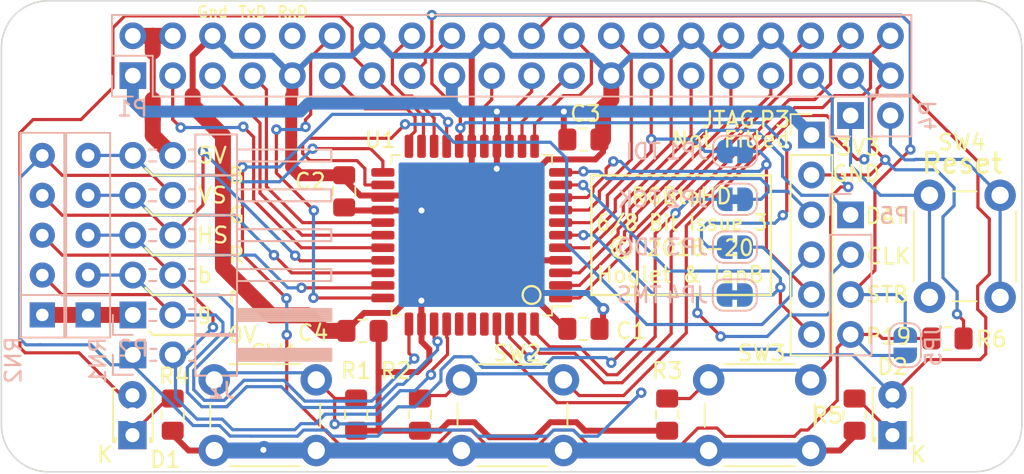
<source format=kicad_pcb>
(kicad_pcb (version 20171130) (host pcbnew "(5.1.4)-1")
  (layers (0 F.Cu signal) (31 B.Cu signal) (34 B.Paste user hide) (35 F.Paste user hide) (36 B.SilkS user) (37 F.SilkS user) (38 B.Mask user hide) (39 F.Mask user hide) (44 Edge.Cuts user))
  (net 0 "")
  (net 1 /3V3)
  (net 2 /GPIO2)
  (net 3 /GPIO3)
  (net 4 /GPIO4)
  (net 5 /GPIO17)
  (net 6 /GPIO18)
  (net 7 /GPIO27)
  (net 8 /GPIO22)
  (net 9 /GPIO23)
  (net 10 /GPIO24)
  (net 11 /GPIO10)
  (net 12 /GPIO9)
  (net 13 /GPIO11)
  (net 14 /GPIO8)
  (net 15 /GPIO7)
  (net 16 /GPIO5)
  (net 17 /GPIO6)
  (net 18 /GPIO12)
  (net 19 /GPIO13)
  (net 20 /GPIO19)
  (net 21 /GPIO16)
  (net 22 /GPIO26)
  (net 23 /GPIO20)
  (net 24 /GPIO21)
  (net 25 "Net-(P4-Pad1)")
  (net 26 "Net-(P4-Pad2)")
  (net 27 "Net-(D1-Pad1)")
  (net 28 "Net-(D2-Pad1)")
  (net 29 /GPIO25)
  (net 30 /GPIO0)
  (net 31 /GPIO1)
  (net 32 /VCC)
  (net 33 /GND)
  (net 34 /SYNC)
  (net 35 /BLUE)
  (net 36 /GREEN)
  (net 37 /RED)
  (net 38 /BRED)
  (net 39 /BGREEN)
  (net 40 /BBLUE)
  (net 41 /VSYNC)
  (net 42 /TCK)
  (net 43 /TDO)
  (net 44 /TDI)
  (net 45 /TMS)
  (net 46 /RxD)
  (net 47 /TxD)
  (net 48 /SPARE)
  (net 49 "Net-(J1-Pad1)")
  (net 50 "Net-(J1-Pad2)")
  (net 51 "Net-(J1-Pad3)")
  (net 52 "Net-(J1-Pad4)")
  (net 53 "Net-(J1-Pad5)")
  (net 54 "Net-(J1-Pad6)")
  (net 55 "Net-(J1-Pad7)")
  (net 56 "Net-(J1-Pad8)")
  (net 57 "Net-(J1-Pad9)")
  (net 58 "Net-(J1-Pad10)")
  (net 59 "Net-(J1-Pad11)")
  (net 60 "Net-(J1-Pad12)")
  (net 61 "Net-(J2-Pad1)")
  (net 62 "Net-(J2-Pad2)")
  (net 63 /UV1)
  (net 64 /UV2)
  (net 65 /UV3)
  (module MountingHole:mountinghole_1mm (layer F.Cu) (at 73.83862 39.95166)
    (fp_text reference " " (at 0 5.08) (layer F.SilkS))
    (fp_text value mountinghole_1mm)
    (pad "" np_thru_hole circle (at 0.02838 0.1893) (size 1 1) (drill 1) (layers *.Cu *.Mask))
  )
  (module MountingHole:mountinghole_1mm (layer F.Cu) (at 20.85676 50.90668)
    (fp_text reference " " (at 1.91008 2.6289) (layer F.SilkS))
    (fp_text value mountinghole_1mm)
    (pad "" np_thru_hole circle (at -0.00776 -0.00972) (size 1 1) (drill 1) (layers *.Cu *.Mask))
  )
  (module MountingHole:mountinghole_1mm (layer F.Cu) (at 69.24376 50.90668)
    (fp_text reference " " (at -1.07442 2.8575) (layer F.SilkS))
    (fp_text value mountinghole_1mm)
    (pad "" np_thru_hole circle (at 0.01524 -0.00972) (size 1 1) (drill 1) (layers *.Cu *.Mask))
  )
  (module MountingHole:mountinghole_1mm (layer F.Cu) (at 60.79826 50.90414)
    (fp_text reference " " (at 0.30734 2.40284) (layer F.SilkS))
    (fp_text value mountinghole_1mm)
    (pad "" np_thru_hole circle (at 0.00374 -0.00718) (size 1 1) (drill 1) (layers *.Cu *.Mask))
  )
  (module MountingHole:mountinghole_1mm (layer F.Cu) (at 45.01978 50.90414)
    (fp_text reference " " (at 0.11684 2.47904) (layer F.SilkS))
    (fp_text value mountinghole_1mm)
    (pad "" np_thru_hole circle (at 0.03422 -0.00718) (size 1 1) (drill 1) (layers *.Cu *.Mask))
  )
  (module MountingHole:mountinghole_1mm (layer F.Cu) (at 29.28956 50.89398)
    (fp_text reference " " (at 0.29718 2.76352) (layer F.SilkS))
    (fp_text value mountinghole_1mm)
    (pad "" np_thru_hole circle (at 0.01644 0.00298) (size 1 1) (drill 1) (layers *.Cu *.Mask))
  )
  (module Resistor_SMD:R_0805_2012Metric_Pad1.15x1.40mm_HandSolder (layer F.Cu) (at 35.096 50.86096 90)
    (fp_text reference R1 (at 2.794 0) (layer F.SilkS))
    (fp_text value 1K)
    (pad 2 smd roundrect (at 1.025 0 90) (size 1.15 1.4) (layers F.Cu F.Paste F.Mask) (roundrect_rratio 0.217391) (net 21 /GPIO16))
    (pad 1 smd roundrect (at -1.025 0 90) (size 1.15 1.4) (layers F.Cu F.Paste F.Mask) (roundrect_rratio 0.217391) (net 1 /3V3))
  )
  (module Resistor_THT:R_Array_SIP5 (layer B.Cu) (at 18.0272 44.51096 90)
    (fp_text reference RN1 (at -2.90576 0.61976 90) (layer B.SilkS) (effects (justify mirror)))
    (fp_text value 4K7)
    (pad 5 thru_hole oval (at 10.16 0 90) (size 1.6 1.6) (drill 0.8) (layers *.Cu *.Mask) (net 35 /BLUE))
    (pad 4 thru_hole oval (at 7.62 0 90) (size 1.6 1.6) (drill 0.8) (layers *.Cu *.Mask) (net 36 /GREEN))
    (pad 3 thru_hole oval (at 5.08 0 90) (size 1.6 1.6) (drill 0.8) (layers *.Cu *.Mask) (net 37 /RED))
    (pad 2 thru_hole oval (at 2.54 0 90) (size 1.6 1.6) (drill 0.8) (layers *.Cu *.Mask) (net 38 /BRED))
    (pad 1 thru_hole rect (at 0 0 90) (size 1.6 1.6) (drill 0.8) (layers *.Cu *.Mask) (net 33 /GND))
  )
  (module Connector_PinHeader_2.54mm:PinHeader_2x05_P2.54mm_Horizontal (layer B.Cu) (at 20.872 44.51096)
    (fp_text reference P2 (at 0.0254 2.1336) (layer B.SilkS) (effects (justify mirror)))
    (fp_text value Conn_02x05_Odd_Even)
    (pad 1 thru_hole rect (at 0 0) (size 1.7 1.7) (drill 1) (layers *.Cu *.Mask) (net 33 /GND))
    (pad 2 thru_hole oval (at 2.54 0) (size 1.7 1.7) (drill 1) (layers *.Cu *.Mask) (net 39 /BGREEN))
    (pad 3 thru_hole oval (at 0 -2.54) (size 1.7 1.7) (drill 1) (layers *.Cu *.Mask) (net 38 /BRED))
    (pad 4 thru_hole oval (at 2.54 -2.54) (size 1.7 1.7) (drill 1) (layers *.Cu *.Mask) (net 40 /BBLUE))
    (pad 5 thru_hole oval (at 0 -5.08) (size 1.7 1.7) (drill 1) (layers *.Cu *.Mask) (net 37 /RED))
    (pad 6 thru_hole oval (at 2.54 -5.08) (size 1.7 1.7) (drill 1) (layers *.Cu *.Mask) (net 34 /SYNC))
    (pad 7 thru_hole oval (at 0 -7.62) (size 1.7 1.7) (drill 1) (layers *.Cu *.Mask) (net 36 /GREEN))
    (pad 8 thru_hole oval (at 2.54 -7.62) (size 1.7 1.7) (drill 1) (layers *.Cu *.Mask) (net 41 /VSYNC))
    (pad 9 thru_hole oval (at 0 -10.16) (size 1.7 1.7) (drill 1) (layers *.Cu *.Mask) (net 35 /BLUE))
    (pad 10 thru_hole oval (at 2.54 -10.16) (size 1.7 1.7) (drill 1) (layers *.Cu *.Mask) (net 32 /VCC))
  )
  (module Package_QFP:LQFP-44_10x10mm_P0.8mm (layer F.Cu) (at 42.462 39.43096 180)
    (fp_text reference U1 (at 5.8166 6.0706) (layer F.SilkS))
    (fp_text value XC9572XL-VQFP44)
    (pad 1 smd roundrect (at -5.6625 -4 180) (size 1.475 0.55) (layers F.Cu F.Paste F.Mask) (net 19 /GPIO13))
    (pad 2 smd roundrect (at -5.6625 -3.2 180) (size 1.475 0.55) (layers F.Cu F.Paste F.Mask) (net 17 /GPIO6))
    (pad 3 smd roundrect (at -5.6625 -2.4 180) (size 1.475 0.55) (layers F.Cu F.Paste F.Mask) (net 18 /GPIO12))
    (pad 4 smd roundrect (at -5.6625 -1.6 180) (size 1.475 0.55) (layers F.Cu F.Paste F.Mask) (net 33 /GND))
    (pad 5 smd roundrect (at -5.6625 -0.8 180) (size 1.475 0.55) (layers F.Cu F.Paste F.Mask) (net 16 /GPIO5))
    (pad 6 smd roundrect (at -5.6625 0 180) (size 1.475 0.55) (layers F.Cu F.Paste F.Mask) (net 31 /GPIO1))
    (pad 7 smd roundrect (at -5.6625 0.8 180) (size 1.475 0.55) (layers F.Cu F.Paste F.Mask) (net 30 /GPIO0))
    (pad 8 smd roundrect (at -5.6625 1.6 180) (size 1.475 0.55) (layers F.Cu F.Paste F.Mask) (net 15 /GPIO7))
    (pad 9 smd roundrect (at -5.6625 2.4 180) (size 1.475 0.55) (layers F.Cu F.Paste F.Mask) (net 44 /TDI))
    (pad 10 smd roundrect (at -5.6625 3.2 180) (size 1.475 0.55) (layers F.Cu F.Paste F.Mask) (net 45 /TMS))
    (pad 11 smd roundrect (at -5.6625 4 180) (size 1.475 0.55) (layers F.Cu F.Paste F.Mask) (net 42 /TCK))
    (pad 12 smd roundrect (at -4 5.6625 180) (size 0.55 1.475) (layers F.Cu F.Paste F.Mask) (net 14 /GPIO8))
    (pad 13 smd roundrect (at -3.2 5.6625 180) (size 0.55 1.475) (layers F.Cu F.Paste F.Mask) (net 13 /GPIO11))
    (pad 14 smd roundrect (at -2.4 5.6625 180) (size 0.55 1.475) (layers F.Cu F.Paste F.Mask) (net 12 /GPIO9))
    (pad 15 smd roundrect (at -1.6 5.6625 180) (size 0.55 1.475) (layers F.Cu F.Paste F.Mask) (net 1 /3V3))
    (pad 16 smd roundrect (at -0.8 5.6625 180) (size 0.55 1.475) (layers F.Cu F.Paste F.Mask) (net 11 /GPIO10))
    (pad 17 smd roundrect (at 0 5.6625 180) (size 0.55 1.475) (layers F.Cu F.Paste F.Mask) (net 33 /GND))
    (pad 18 smd roundrect (at 0.8 5.6625 180) (size 0.55 1.475) (layers F.Cu F.Paste F.Mask) (net 10 /GPIO24))
    (pad 19 smd roundrect (at 1.6 5.6625 180) (size 0.55 1.475) (layers F.Cu F.Paste F.Mask) (net 48 /SPARE))
    (pad 20 smd roundrect (at 2.4 5.6625 180) (size 0.55 1.475) (layers F.Cu F.Paste F.Mask) (net 9 /GPIO23))
    (pad 21 smd roundrect (at 3.2 5.6625 180) (size 0.55 1.475) (layers F.Cu F.Paste F.Mask) (net 7 /GPIO27))
    (pad 22 smd roundrect (at 4 5.6625 180) (size 0.55 1.475) (layers F.Cu F.Paste F.Mask) (net 5 /GPIO17))
    (pad 23 smd roundrect (at 5.6625 4 180) (size 1.475 0.55) (layers F.Cu F.Paste F.Mask) (net 34 /SYNC))
    (pad 24 smd roundrect (at 5.6625 3.2 180) (size 1.475 0.55) (layers F.Cu F.Paste F.Mask) (net 43 /TDO))
    (pad 25 smd roundrect (at 5.6625 2.4 180) (size 1.475 0.55) (layers F.Cu F.Paste F.Mask) (net 33 /GND))
    (pad 26 smd roundrect (at 5.6625 1.6 180) (size 1.475 0.55) (layers F.Cu F.Paste F.Mask) (net 1 /3V3))
    (pad 27 smd roundrect (at 5.6625 0.8 180) (size 1.475 0.55) (layers F.Cu F.Paste F.Mask) (net 4 /GPIO4))
    (pad 28 smd roundrect (at 5.6625 0 180) (size 1.475 0.55) (layers F.Cu F.Paste F.Mask) (net 3 /GPIO3))
    (pad 29 smd roundrect (at 5.6625 -0.8 180) (size 1.475 0.55) (layers F.Cu F.Paste F.Mask) (net 2 /GPIO2))
    (pad 30 smd roundrect (at 5.6625 -1.6 180) (size 1.475 0.55) (layers F.Cu F.Paste F.Mask) (net 35 /BLUE))
    (pad 31 smd roundrect (at 5.6625 -2.4 180) (size 1.475 0.55) (layers F.Cu F.Paste F.Mask) (net 36 /GREEN))
    (pad 32 smd roundrect (at 5.6625 -3.2 180) (size 1.475 0.55) (layers F.Cu F.Paste F.Mask) (net 37 /RED))
    (pad 33 smd roundrect (at 5.6625 -4 180) (size 1.475 0.55) (layers F.Cu F.Paste F.Mask) (net 6 /GPIO18))
    (pad 34 smd roundrect (at 4 -5.6625 180) (size 0.55 1.475) (layers F.Cu F.Paste F.Mask) (net 38 /BRED))
    (pad 35 smd roundrect (at 3.2 -5.6625 180) (size 0.55 1.475) (layers F.Cu F.Paste F.Mask) (net 1 /3V3))
    (pad 36 smd roundrect (at 2.4 -5.6625 180) (size 0.55 1.475) (layers F.Cu F.Paste F.Mask) (net 39 /BGREEN))
    (pad 37 smd roundrect (at 1.6 -5.6625 180) (size 0.55 1.475) (layers F.Cu F.Paste F.Mask) (net 40 /BBLUE))
    (pad 38 smd roundrect (at 0.8 -5.6625 180) (size 0.55 1.475) (layers F.Cu F.Paste F.Mask) (net 63 /UV1))
    (pad 39 smd roundrect (at 0 -5.6625 180) (size 0.55 1.475) (layers F.Cu F.Paste F.Mask) (net 64 /UV2))
    (pad 40 smd roundrect (at -0.8 -5.6625 180) (size 0.55 1.475) (layers F.Cu F.Paste F.Mask) (net 65 /UV3))
    (pad 41 smd roundrect (at -1.6 -5.6625 180) (size 0.55 1.475) (layers F.Cu F.Paste F.Mask) (net 41 /VSYNC))
    (pad 42 smd roundrect (at -2.4 -5.6625 180) (size 0.55 1.475) (layers F.Cu F.Paste F.Mask) (net 29 /GPIO25))
    (pad 43 smd roundrect (at -3.2 -5.6625 180) (size 0.55 1.475) (layers F.Cu F.Paste F.Mask) (net 24 /GPIO21))
    (pad 44 smd roundrect (at -4 -5.6625 180) (size 0.55 1.475) (layers F.Cu F.Paste F.Mask) (net 23 /GPIO20))
  )
  (module Jumper:SolderJumper-2_P1.3mm_Open_RoundedPad1.0x1.5mm (layer B.Cu) (at 70.0718 46.44136 90)
    (fp_text reference JP5 (at 0 1.8 90) (layer B.SilkS) (effects (justify mirror)))
    (fp_text value SolderJumper_2_Open)
    (pad 2 smd custom (at 0.65 0 90) (size 1 0.5) (layers B.Cu B.Mask) (net 8 /GPIO22) (options (clearance outline) (anchor rect)) (primitives (gr_circle (center 0 -0.25) (end 0.5 -0.25) (width 0)) (gr_circle (center 0 0.25) (end 0.5 0.25) (width 0)) (gr_poly (pts (xy 0 0.75) (xy -0.5 0.75) (xy -0.5 -0.75) (xy 0 -0.75)) (width 0))))
    (pad 1 smd custom (at -0.65 0 90) (size 1 0.5) (layers B.Cu B.Mask) (net 48 /SPARE) (options (clearance outline) (anchor rect)) (primitives (gr_circle (center 0 -0.25) (end 0.5 -0.25) (width 0)) (gr_circle (center 0 0.25) (end 0.5 0.25) (width 0)) (gr_poly (pts (xy 0 0.75) (xy 0.5 0.75) (xy 0.5 -0.75) (xy 0 -0.75)) (width 0))))
  )
  (module Resistor_SMD:R_0805_2012Metric_Pad1.15x1.40mm_HandSolder (layer F.Cu) (at 72.7642 46.00956)
    (fp_text reference R6 (at 2.794 0.0508) (layer F.SilkS))
    (fp_text value 10K)
    (pad 2 smd roundrect (at 1.025 0) (size 1.15 1.4) (layers F.Cu F.Paste F.Mask) (roundrect_rratio 0.217391) (net 33 /GND))
    (pad 1 smd roundrect (at -1.025 0) (size 1.15 1.4) (layers F.Cu F.Paste F.Mask) (roundrect_rratio 0.217391) (net 48 /SPARE))
  )
  (module Connector_PinSocket_2.54mm:PinSocket_1x04_P2.54mm_Vertical (layer B.Cu) (at 66.592 38.13556 180)
    (fp_text reference P5 (at -2.794 -0.0508) (layer B.SilkS) (effects (justify mirror)))
    (fp_text value Conn_01x04)
    (pad 1 thru_hole rect (at 0 0 180) (size 1.7 1.7) (drill 1) (layers *.Cu *.Mask) (net 30 /GPIO0))
    (pad 2 thru_hole oval (at 0 -2.54 180) (size 1.7 1.7) (drill 1) (layers *.Cu *.Mask) (net 31 /GPIO1))
    (pad 3 thru_hole oval (at 0 -5.08 180) (size 1.7 1.7) (drill 1) (layers *.Cu *.Mask) (net 8 /GPIO22))
    (pad 4 thru_hole oval (at 0 -7.62 180) (size 1.7 1.7) (drill 1) (layers *.Cu *.Mask) (net 48 /SPARE))
  )
  (module Connector_PinSocket_2.54mm:PinSocket_2x20_P2.54mm_Vertical (layer B.Cu) (at 20.872 29.27096 270)
    (fp_text reference P1 (at 2.0828 0.0254) (layer B.SilkS) (effects (justify mirror)))
    (fp_text value CONN_02X20)
    (pad 40 thru_hole oval (at -2.54 -48.26 270) (size 1.7 1.7) (drill 1) (layers *.Cu *.Mask) (net 24 /GPIO21))
    (pad 39 thru_hole oval (at 0 -48.26 270) (size 1.7 1.7) (drill 1) (layers *.Cu *.Mask) (net 33 /GND))
    (pad 38 thru_hole oval (at -2.54 -45.72 270) (size 1.7 1.7) (drill 1) (layers *.Cu *.Mask) (net 23 /GPIO20))
    (pad 37 thru_hole oval (at 0 -45.72 270) (size 1.7 1.7) (drill 1) (layers *.Cu *.Mask) (net 22 /GPIO26))
    (pad 36 thru_hole oval (at -2.54 -43.18 270) (size 1.7 1.7) (drill 1) (layers *.Cu *.Mask) (net 21 /GPIO16))
    (pad 35 thru_hole oval (at 0 -43.18 270) (size 1.7 1.7) (drill 1) (layers *.Cu *.Mask) (net 20 /GPIO19))
    (pad 34 thru_hole oval (at -2.54 -40.64 270) (size 1.7 1.7) (drill 1) (layers *.Cu *.Mask) (net 33 /GND))
    (pad 33 thru_hole oval (at 0 -40.64 270) (size 1.7 1.7) (drill 1) (layers *.Cu *.Mask) (net 19 /GPIO13))
    (pad 32 thru_hole oval (at -2.54 -38.1 270) (size 1.7 1.7) (drill 1) (layers *.Cu *.Mask) (net 18 /GPIO12))
    (pad 31 thru_hole oval (at 0 -38.1 270) (size 1.7 1.7) (drill 1) (layers *.Cu *.Mask) (net 17 /GPIO6))
    (pad 30 thru_hole oval (at -2.54 -35.56 270) (size 1.7 1.7) (drill 1) (layers *.Cu *.Mask) (net 33 /GND))
    (pad 29 thru_hole oval (at 0 -35.56 270) (size 1.7 1.7) (drill 1) (layers *.Cu *.Mask) (net 16 /GPIO5))
    (pad 28 thru_hole oval (at -2.54 -33.02 270) (size 1.7 1.7) (drill 1) (layers *.Cu *.Mask) (net 31 /GPIO1))
    (pad 27 thru_hole oval (at 0 -33.02 270) (size 1.7 1.7) (drill 1) (layers *.Cu *.Mask) (net 30 /GPIO0))
    (pad 26 thru_hole oval (at -2.54 -30.48 270) (size 1.7 1.7) (drill 1) (layers *.Cu *.Mask) (net 15 /GPIO7))
    (pad 25 thru_hole oval (at 0 -30.48 270) (size 1.7 1.7) (drill 1) (layers *.Cu *.Mask) (net 33 /GND))
    (pad 24 thru_hole oval (at -2.54 -27.94 270) (size 1.7 1.7) (drill 1) (layers *.Cu *.Mask) (net 14 /GPIO8))
    (pad 23 thru_hole oval (at 0 -27.94 270) (size 1.7 1.7) (drill 1) (layers *.Cu *.Mask) (net 13 /GPIO11))
    (pad 22 thru_hole oval (at -2.54 -25.4 270) (size 1.7 1.7) (drill 1) (layers *.Cu *.Mask) (net 29 /GPIO25))
    (pad 21 thru_hole oval (at 0 -25.4 270) (size 1.7 1.7) (drill 1) (layers *.Cu *.Mask) (net 12 /GPIO9))
    (pad 20 thru_hole oval (at -2.54 -22.86 270) (size 1.7 1.7) (drill 1) (layers *.Cu *.Mask) (net 33 /GND))
    (pad 19 thru_hole oval (at 0 -22.86 270) (size 1.7 1.7) (drill 1) (layers *.Cu *.Mask) (net 11 /GPIO10))
    (pad 18 thru_hole oval (at -2.54 -20.32 270) (size 1.7 1.7) (drill 1) (layers *.Cu *.Mask) (net 10 /GPIO24))
    (pad 17 thru_hole oval (at 0 -20.32 270) (size 1.7 1.7) (drill 1) (layers *.Cu *.Mask) (net 1 /3V3))
    (pad 16 thru_hole oval (at -2.54 -17.78 270) (size 1.7 1.7) (drill 1) (layers *.Cu *.Mask) (net 9 /GPIO23))
    (pad 15 thru_hole oval (at 0 -17.78 270) (size 1.7 1.7) (drill 1) (layers *.Cu *.Mask) (net 8 /GPIO22))
    (pad 14 thru_hole oval (at -2.54 -15.24 270) (size 1.7 1.7) (drill 1) (layers *.Cu *.Mask) (net 33 /GND))
    (pad 13 thru_hole oval (at 0 -15.24 270) (size 1.7 1.7) (drill 1) (layers *.Cu *.Mask) (net 7 /GPIO27))
    (pad 12 thru_hole oval (at -2.54 -12.7 270) (size 1.7 1.7) (drill 1) (layers *.Cu *.Mask) (net 6 /GPIO18))
    (pad 11 thru_hole oval (at 0 -12.7 270) (size 1.7 1.7) (drill 1) (layers *.Cu *.Mask) (net 5 /GPIO17))
    (pad 10 thru_hole oval (at -2.54 -10.16 270) (size 1.7 1.7) (drill 1) (layers *.Cu *.Mask) (net 46 /RxD))
    (pad 9 thru_hole oval (at 0 -10.16 270) (size 1.7 1.7) (drill 1) (layers *.Cu *.Mask) (net 33 /GND))
    (pad 8 thru_hole oval (at -2.54 -7.62 270) (size 1.7 1.7) (drill 1) (layers *.Cu *.Mask) (net 47 /TxD))
    (pad 7 thru_hole oval (at 0 -7.62 270) (size 1.7 1.7) (drill 1) (layers *.Cu *.Mask) (net 4 /GPIO4))
    (pad 6 thru_hole oval (at -2.54 -5.08 270) (size 1.7 1.7) (drill 1) (layers *.Cu *.Mask) (net 33 /GND))
    (pad 5 thru_hole oval (at 0 -5.08 270) (size 1.7 1.7) (drill 1) (layers *.Cu *.Mask) (net 3 /GPIO3))
    (pad 4 thru_hole oval (at -2.54 -2.54 270) (size 1.7 1.7) (drill 1) (layers *.Cu *.Mask) (net 32 /VCC))
    (pad 3 thru_hole oval (at 0 -2.54 270) (size 1.7 1.7) (drill 1) (layers *.Cu *.Mask) (net 2 /GPIO2))
    (pad 2 thru_hole oval (at -2.54 0 270) (size 1.7 1.7) (drill 1) (layers *.Cu *.Mask) (net 32 /VCC))
    (pad 1 thru_hole rect (at 0 0 270) (size 1.7 1.7) (drill 1) (layers *.Cu *.Mask) (net 1 /3V3))
  )
  (module RPi_Hat:RPi_Hat_Mounting_Hole (layer F.Cu) (at 16 51)
    (fp_text reference "" hide)
    (fp_text value "" hide)
    (pad "" np_thru_hole circle (at 0 0) (size 2.75 2.75) (drill 2.75) (layers *.Cu *.Mask) (clearance 1.725))
  )
  (module RPi_Hat:RPi_Hat_Mounting_Hole (layer F.Cu) (at 74 28)
    (fp_text reference "" hide)
    (fp_text value "" hide)
    (pad "" np_thru_hole circle (at 0 0) (size 2.75 2.75) (drill 2.75) (layers *.Cu *.Mask) (clearance 1.725))
  )
  (module RPi_Hat:RPi_Hat_Mounting_Hole (layer F.Cu) (at 74 51)
    (fp_text reference "" hide)
    (fp_text value "" hide)
    (pad "" np_thru_hole circle (at 0 0) (size 2.75 2.75) (drill 2.75) (layers *.Cu *.Mask) (clearance 1.725))
  )
  (module RPi_Hat:RPi_Hat_Mounting_Hole (layer F.Cu) (at 16 28)
    (fp_text reference "" hide)
    (fp_text value "" hide)
    (pad "" np_thru_hole circle (at 0 0) (size 2.75 2.75) (drill 2.75) (layers *.Cu *.Mask) (clearance 1.725))
  )
  (module Jumper:SolderJumper-2_P1.3mm_Bridged_RoundedPad1.0x1.5mm (layer B.Cu) (at 59.226 37.14496)
    (fp_text reference JP2 (at -3.063 0) (layer B.SilkS) (effects (justify mirror)))
    (fp_text value SolderJumper_2_Bridged)
    (fp_poly (pts (xy 0.25 0.3) (xy -0.25 0.3) (xy -0.25 -0.3) (xy 0.25 -0.3)) (layer B.Cu) (width 0))
    (pad 2 smd custom (at 0.65 0) (size 1 0.5) (layers B.Cu B.Mask) (net 42 /TCK) (options (clearance outline) (anchor rect)) (primitives (gr_circle (center 0 -0.25) (end 0.5 -0.25) (width 0)) (gr_circle (center 0 0.25) (end 0.5 0.25) (width 0)) (gr_poly (pts (xy 0 0.75) (xy -0.5 0.75) (xy -0.5 -0.75) (xy 0 -0.75)) (width 0))))
    (pad 1 smd custom (at -0.65 0) (size 1 0.5) (layers B.Cu B.Mask) (net 23 /GPIO20) (options (clearance outline) (anchor rect)) (primitives (gr_circle (center 0 -0.25) (end 0.5 -0.25) (width 0)) (gr_circle (center 0 0.25) (end 0.5 0.25) (width 0)) (gr_poly (pts (xy 0 0.75) (xy 0.5 0.75) (xy 0.5 -0.75) (xy 0 -0.75)) (width 0))))
  )
  (module Jumper:SolderJumper-2_P1.3mm_Bridged_RoundedPad1.0x1.5mm (layer B.Cu) (at 59.226 34.09696)
    (fp_text reference JP1 (at -3.048 0) (layer B.SilkS) (effects (justify mirror)))
    (fp_text value SolderJumper_2_Bridged)
    (fp_poly (pts (xy 0.25 0.3) (xy -0.25 0.3) (xy -0.25 -0.3) (xy 0.25 -0.3)) (layer B.Cu) (width 0))
    (pad 1 smd custom (at -0.65 0) (size 1 0.5) (layers B.Cu B.Mask) (net 30 /GPIO0) (options (clearance outline) (anchor rect)) (primitives (gr_circle (center 0 -0.25) (end 0.5 -0.25) (width 0)) (gr_circle (center 0 0.25) (end 0.5 0.25) (width 0)) (gr_poly (pts (xy 0 0.75) (xy 0.5 0.75) (xy 0.5 -0.75) (xy 0 -0.75)) (width 0))))
    (pad 2 smd custom (at 0.65 0) (size 1 0.5) (layers B.Cu B.Mask) (net 44 /TDI) (options (clearance outline) (anchor rect)) (primitives (gr_circle (center 0 -0.25) (end 0.5 -0.25) (width 0)) (gr_circle (center 0 0.25) (end 0.5 0.25) (width 0)) (gr_poly (pts (xy 0 0.75) (xy -0.5 0.75) (xy -0.5 -0.75) (xy 0 -0.75)) (width 0))))
  )
  (module Jumper:SolderJumper-2_P1.3mm_Bridged_RoundedPad1.0x1.5mm (layer B.Cu) (at 59.211 43.24096)
    (fp_text reference JP4 (at -3.033 0) (layer B.SilkS) (effects (justify mirror)))
    (fp_text value SolderJumper_2_Bridged)
    (fp_poly (pts (xy 0.25 0.3) (xy -0.25 0.3) (xy -0.25 -0.3) (xy 0.25 -0.3)) (layer B.Cu) (width 0))
    (pad 2 smd custom (at 0.65 0) (size 1 0.5) (layers B.Cu B.Mask) (net 45 /TMS) (options (clearance outline) (anchor rect)) (primitives (gr_circle (center 0 -0.25) (end 0.5 -0.25) (width 0)) (gr_circle (center 0 0.25) (end 0.5 0.25) (width 0)) (gr_poly (pts (xy 0 0.75) (xy -0.5 0.75) (xy -0.5 -0.75) (xy 0 -0.75)) (width 0))))
    (pad 1 smd custom (at -0.65 0) (size 1 0.5) (layers B.Cu B.Mask) (net 31 /GPIO1) (options (clearance outline) (anchor rect)) (primitives (gr_circle (center 0 -0.25) (end 0.5 -0.25) (width 0)) (gr_circle (center 0 0.25) (end 0.5 0.25) (width 0)) (gr_poly (pts (xy 0 0.75) (xy 0.5 0.75) (xy 0.5 -0.75) (xy 0 -0.75)) (width 0))))
  )
  (module Jumper:SolderJumper-2_P1.3mm_Bridged_RoundedPad1.0x1.5mm (layer B.Cu) (at 59.226 40.19296)
    (fp_text reference JP3 (at -3.063 0) (layer B.SilkS) (effects (justify mirror)))
    (fp_text value SolderJumper_2_Bridged)
    (fp_poly (pts (xy 0.25 0.3) (xy -0.25 0.3) (xy -0.25 -0.3) (xy 0.25 -0.3)) (layer B.Cu) (width 0))
    (pad 1 smd custom (at -0.65 0) (size 1 0.5) (layers B.Cu B.Mask) (net 10 /GPIO24) (options (clearance outline) (anchor rect)) (primitives (gr_circle (center 0 -0.25) (end 0.5 -0.25) (width 0)) (gr_circle (center 0 0.25) (end 0.5 0.25) (width 0)) (gr_poly (pts (xy 0 0.75) (xy 0.5 0.75) (xy 0.5 -0.75) (xy 0 -0.75)) (width 0))))
    (pad 2 smd custom (at 0.65 0) (size 1 0.5) (layers B.Cu B.Mask) (net 43 /TDO) (options (clearance outline) (anchor rect)) (primitives (gr_circle (center 0 -0.25) (end 0.5 -0.25) (width 0)) (gr_circle (center 0 0.25) (end 0.5 0.25) (width 0)) (gr_poly (pts (xy 0 0.75) (xy -0.5 0.75) (xy -0.5 -0.75) (xy 0 -0.75)) (width 0))))
  )
  (module Connector_PinHeader_2.54mm:PinHeader_1x06_P2.54mm_Vertical (layer F.Cu) (at 64.1008 33.054001)
    (fp_text reference P3 (at -2.3348 -0.989041 180) (layer F.SilkS))
    (fp_text value Conn_01x06)
    (pad 1 thru_hole rect (at 0 0) (size 1.7 1.7) (drill 1) (layers *.Cu *.Mask) (net 1 /3V3))
    (pad 2 thru_hole oval (at 0 2.54) (size 1.7 1.7) (drill 1) (layers *.Cu *.Mask) (net 33 /GND))
    (pad 3 thru_hole oval (at 0 5.08) (size 1.7 1.7) (drill 1) (layers *.Cu *.Mask) (net 42 /TCK))
    (pad 4 thru_hole oval (at 0 7.62) (size 1.7 1.7) (drill 1) (layers *.Cu *.Mask) (net 43 /TDO))
    (pad 5 thru_hole oval (at 0 10.16) (size 1.7 1.7) (drill 1) (layers *.Cu *.Mask) (net 44 /TDI))
    (pad 6 thru_hole oval (at 0 12.7) (size 1.7 1.7) (drill 1) (layers *.Cu *.Mask) (net 45 /TMS))
  )
  (module Connector_PinSocket_2.54mm:PinSocket_1x02_P2.54mm_Vertical (layer B.Cu) (at 66.592 31.81096 270)
    (fp_text reference P4 (at 0 -4.953 90) (layer B.SilkS) (effects (justify mirror)))
    (fp_text value CONN_01X02)
    (pad 1 thru_hole rect (at 0 0 270) (size 1.7 1.7) (drill 1) (layers *.Cu *.Mask) (net 25 "Net-(P4-Pad1)"))
    (pad 2 thru_hole oval (at 0 -2.54 270) (size 1.7 1.7) (drill 1) (layers *.Cu *.Mask) (net 26 "Net-(P4-Pad2)"))
  )
  (module LED_THT:LED_D1.8mm_W3.3mm_H2.4mm (layer F.Cu) (at 20.873 52.16144 90)
    (fp_text reference D1 (at -1.56464 2.0691) (layer F.SilkS))
    (fp_text value LED)
    (pad 1 thru_hole rect (at -0.00552 -0.024 90) (size 1.8 1.8) (drill 0.9) (layers *.Cu *.Mask) (net 27 "Net-(D1-Pad1)"))
    (pad 2 thru_hole circle (at 2.53448 -0.024 90) (size 1.8 1.8) (drill 0.9) (layers *.Cu *.Mask) (net 7 /GPIO27))
  )
  (module LED_THT:LED_D1.8mm_W3.3mm_H2.4mm (layer F.Cu) (at 69.259 52.13096 90)
    (fp_text reference D2 (at 4.318 0) (layer F.SilkS))
    (fp_text value LED)
    (pad 1 thru_hole rect (at -0.036 0 90) (size 1.8 1.8) (drill 0.9) (layers *.Cu *.Mask) (net 28 "Net-(D2-Pad1)"))
    (pad 2 thru_hole circle (at 2.504 0 90) (size 1.8 1.8) (drill 0.9) (layers *.Cu *.Mask) (net 29 /GPIO25))
  )
  (module Capacitor_SMD:C_0805_2012Metric_Pad1.15x1.40mm_HandSolder (layer F.Cu) (at 49.574 45.39996 180)
    (fp_text reference C1 (at -3.048 -0.127) (layer F.SilkS))
    (fp_text value 10uF)
    (pad 2 smd roundrect (at 1.025 0 180) (size 1.15 1.4) (layers F.Cu F.Paste F.Mask) (roundrect_rratio 0.217391) (net 33 /GND))
    (pad 1 smd roundrect (at -1.025 0 180) (size 1.15 1.4) (layers F.Cu F.Paste F.Mask) (roundrect_rratio 0.217391) (net 1 /3V3))
  )
  (module Capacitor_SMD:C_0805_2012Metric_Pad1.15x1.40mm_HandSolder (layer F.Cu) (at 34.334 36.63696 90)
    (fp_text reference C2 (at 0.635 -2.159) (layer F.SilkS))
    (fp_text value 100nF)
    (pad 1 smd roundrect (at -1.025 0 90) (size 1.15 1.4) (layers F.Cu F.Paste F.Mask) (roundrect_rratio 0.217391) (net 1 /3V3))
    (pad 2 smd roundrect (at 1.025 0 90) (size 1.15 1.4) (layers F.Cu F.Paste F.Mask) (roundrect_rratio 0.217391) (net 33 /GND))
  )
  (module Capacitor_SMD:C_0805_2012Metric_Pad1.15x1.40mm_HandSolder (layer F.Cu) (at 49.574 33.33496)
    (fp_text reference C3 (at 0.127 -1.65) (layer F.SilkS))
    (fp_text value 100nF)
    (pad 1 smd roundrect (at -1.025 0) (size 1.15 1.4) (layers F.Cu F.Paste F.Mask) (roundrect_rratio 0.217391) (net 1 /3V3))
    (pad 2 smd roundrect (at 1.025 0) (size 1.15 1.4) (layers F.Cu F.Paste F.Mask) (roundrect_rratio 0.217391) (net 33 /GND))
  )
  (module Capacitor_SMD:C_0805_2012Metric_Pad1.15x1.40mm_HandSolder (layer F.Cu) (at 35.5024 45.52696 180)
    (fp_text reference C4 (at 3.1496 -0.127) (layer F.SilkS))
    (fp_text value 100nF)
    (pad 1 smd roundrect (at -1.025 0 180) (size 1.15 1.4) (layers F.Cu F.Paste F.Mask) (roundrect_rratio 0.217391) (net 1 /3V3))
    (pad 2 smd roundrect (at 1.025 0 180) (size 1.15 1.4) (layers F.Cu F.Paste F.Mask) (roundrect_rratio 0.217391) (net 33 /GND))
  )
  (module Resistor_SMD:R_0805_2012Metric_Pad1.15x1.40mm_HandSolder (layer F.Cu) (at 39.16 50.86096 90)
    (fp_text reference R2 (at 2.794 -1.524) (layer F.SilkS))
    (fp_text value 1K)
    (pad 2 smd roundrect (at 1.025 0 90) (size 1.15 1.4) (layers F.Cu F.Paste F.Mask) (roundrect_rratio 0.217391) (net 22 /GPIO26))
    (pad 1 smd roundrect (at -1.025 0 90) (size 1.15 1.4) (layers F.Cu F.Paste F.Mask) (roundrect_rratio 0.217391) (net 1 /3V3))
  )
  (module Resistor_SMD:R_0805_2012Metric_Pad1.15x1.40mm_HandSolder (layer F.Cu) (at 54.908 50.86096 90)
    (fp_text reference R3 (at 2.794 0) (layer F.SilkS))
    (fp_text value 1K)
    (pad 2 smd roundrect (at 1.025 0 90) (size 1.15 1.4) (layers F.Cu F.Paste F.Mask) (roundrect_rratio 0.217391) (net 20 /GPIO19))
    (pad 1 smd roundrect (at -1.025 0 90) (size 1.15 1.4) (layers F.Cu F.Paste F.Mask) (roundrect_rratio 0.217391) (net 1 /3V3))
  )
  (module Resistor_SMD:R_0805_2012Metric_Pad1.15x1.40mm_HandSolder (layer F.Cu) (at 23.412 50.86096 270)
    (fp_text reference R4 (at -2.44856 -0.08382) (layer F.SilkS))
    (fp_text value 1K)
    (pad 2 smd roundrect (at 1.025 0 270) (size 1.15 1.4) (layers F.Cu F.Paste F.Mask) (roundrect_rratio 0.217391) (net 33 /GND))
    (pad 1 smd roundrect (at -1.025 0 270) (size 1.15 1.4) (layers F.Cu F.Paste F.Mask) (roundrect_rratio 0.217391) (net 27 "Net-(D1-Pad1)"))
  )
  (module Resistor_SMD:R_0805_2012Metric_Pad1.15x1.40mm_HandSolder (layer F.Cu) (at 66.846 50.86096 270)
    (fp_text reference R5 (at 0.0508 1.7272) (layer F.SilkS))
    (fp_text value 1K)
    (pad 1 smd roundrect (at -1.025 0 270) (size 1.15 1.4) (layers F.Cu F.Paste F.Mask) (roundrect_rratio 0.217391) (net 28 "Net-(D2-Pad1)"))
    (pad 2 smd roundrect (at 1.025 0 270) (size 1.15 1.4) (layers F.Cu F.Paste F.Mask) (roundrect_rratio 0.217391) (net 33 /GND))
  )
  (module Resistor_THT:R_Array_SIP5 (layer B.Cu) (at 15.1062 44.51096 90)
    (fp_text reference RN2 (at -2.87528 -1.84658 90) (layer B.SilkS) (effects (justify mirror)))
    (fp_text value 4k7)
    (pad 1 thru_hole rect (at 0 0 90) (size 1.6 1.6) (drill 0.8) (layers *.Cu *.Mask) (net 33 /GND))
    (pad 2 thru_hole oval (at 2.54 0 90) (size 1.6 1.6) (drill 0.8) (layers *.Cu *.Mask) (net 39 /BGREEN))
    (pad 3 thru_hole oval (at 5.08 0 90) (size 1.6 1.6) (drill 0.8) (layers *.Cu *.Mask) (net 40 /BBLUE))
    (pad 4 thru_hole oval (at 7.62 0 90) (size 1.6 1.6) (drill 0.8) (layers *.Cu *.Mask) (net 34 /SYNC))
    (pad 5 thru_hole oval (at 10.16 0 90) (size 1.6 1.6) (drill 0.8) (layers *.Cu *.Mask) (net 41 /VSYNC))
  )
  (module Button_Switch_THT:SW_PUSH_6mm_H5mm (layer F.Cu) (at 32.556 53.14696 180)
    (fp_text reference SW1 (at 2.6416 6.223) (layer F.SilkS))
    (fp_text value SW_PUSH)
    (pad 1 thru_hole circle (at 6.5 0 270) (size 2 2) (drill 1.1) (layers *.Cu *.Mask) (net 33 /GND))
    (pad 2 thru_hole circle (at 6.5 4.5 270) (size 2 2) (drill 1.1) (layers *.Cu *.Mask) (net 21 /GPIO16))
    (pad 1 thru_hole circle (at 0 0 270) (size 2 2) (drill 1.1) (layers *.Cu *.Mask) (net 33 /GND))
    (pad 2 thru_hole circle (at 0 4.5 270) (size 2 2) (drill 1.1) (layers *.Cu *.Mask) (net 21 /GPIO16))
  )
  (module Button_Switch_THT:SW_PUSH_6mm_H5mm (layer F.Cu) (at 48.304 53.14696 180)
    (fp_text reference SW2 (at 2.9464 6.1976) (layer F.SilkS))
    (fp_text value SW_PUSH)
    (pad 2 thru_hole circle (at 0 4.5 270) (size 2 2) (drill 1.1) (layers *.Cu *.Mask) (net 22 /GPIO26))
    (pad 1 thru_hole circle (at 0 0 270) (size 2 2) (drill 1.1) (layers *.Cu *.Mask) (net 33 /GND))
    (pad 2 thru_hole circle (at 6.5 4.5 270) (size 2 2) (drill 1.1) (layers *.Cu *.Mask) (net 22 /GPIO26))
    (pad 1 thru_hole circle (at 6.5 0 270) (size 2 2) (drill 1.1) (layers *.Cu *.Mask) (net 33 /GND))
  )
  (module Button_Switch_THT:SW_PUSH_6mm_H5mm (layer F.Cu) (at 64.052 53.14696 180)
    (fp_text reference SW3 (at 3.1242 6.1976) (layer F.SilkS))
    (fp_text value SW_PUSH)
    (pad 2 thru_hole circle (at 0 4.5 270) (size 2 2) (drill 1.1) (layers *.Cu *.Mask) (net 20 /GPIO19))
    (pad 1 thru_hole circle (at 0 0 270) (size 2 2) (drill 1.1) (layers *.Cu *.Mask) (net 33 /GND))
    (pad 2 thru_hole circle (at 6.5 4.5 270) (size 2 2) (drill 1.1) (layers *.Cu *.Mask) (net 20 /GPIO19))
    (pad 1 thru_hole circle (at 6.5 0 270) (size 2 2) (drill 1.1) (layers *.Cu *.Mask) (net 33 /GND))
  )
  (module Button_Switch_THT:SW_PUSH_6mm_H5mm (layer F.Cu) (at 76.117 36.89096 270)
    (fp_text reference SW4 (at -3.3782 2.4384) (layer F.SilkS))
    (fp_text value SW_PUSH)
    (pad 1 thru_hole circle (at 6.5 0) (size 2 2) (drill 1.1) (layers *.Cu *.Mask) (net 26 "Net-(P4-Pad2)"))
    (pad 2 thru_hole circle (at 6.5 4.5) (size 2 2) (drill 1.1) (layers *.Cu *.Mask) (net 25 "Net-(P4-Pad1)"))
    (pad 1 thru_hole circle (at 0 0) (size 2 2) (drill 1.1) (layers *.Cu *.Mask) (net 26 "Net-(P4-Pad2)"))
    (pad 2 thru_hole circle (at 0 4.5) (size 2 2) (drill 1.1) (layers *.Cu *.Mask) (net 25 "Net-(P4-Pad1)"))
  )
  (module Connector_PinHeader_2.54mm:PinHeader_2x06_P2.54mm_Horizontal (layer B.Cu) (at 20.872 47.05096)
    (fp_text reference J1 (at 5.655 2.27) (layer B.SilkS) (effects (justify mirror)))
    (fp_text value Conn_02x06_Odd_Even)
    (pad 1 thru_hole rect (at 0 0) (size 1.7 1.7) (drill 1) (layers *.Cu *.Mask) (net 49 "Net-(J1-Pad1)"))
    (pad 2 thru_hole oval (at 2.54 0) (size 1.7 1.7) (drill 1) (layers *.Cu *.Mask) (net 50 "Net-(J1-Pad2)"))
    (pad 3 thru_hole oval (at 0 -2.54) (size 1.7 1.7) (drill 1) (layers *.Cu *.Mask) (net 51 "Net-(J1-Pad3)"))
    (pad 4 thru_hole oval (at 2.54 -2.54) (size 1.7 1.7) (drill 1) (layers *.Cu *.Mask) (net 52 "Net-(J1-Pad4)"))
    (pad 5 thru_hole oval (at 0 -5.08) (size 1.7 1.7) (drill 1) (layers *.Cu *.Mask) (net 53 "Net-(J1-Pad5)"))
    (pad 6 thru_hole oval (at 2.54 -5.08) (size 1.7 1.7) (drill 1) (layers *.Cu *.Mask) (net 54 "Net-(J1-Pad6)"))
    (pad 7 thru_hole oval (at 0 -7.62) (size 1.7 1.7) (drill 1) (layers *.Cu *.Mask) (net 55 "Net-(J1-Pad7)"))
    (pad 8 thru_hole oval (at 2.54 -7.62) (size 1.7 1.7) (drill 1) (layers *.Cu *.Mask) (net 56 "Net-(J1-Pad8)"))
    (pad 9 thru_hole oval (at 0 -10.16) (size 1.7 1.7) (drill 1) (layers *.Cu *.Mask) (net 57 "Net-(J1-Pad9)"))
    (pad 10 thru_hole oval (at 2.54 -10.16) (size 1.7 1.7) (drill 1) (layers *.Cu *.Mask) (net 58 "Net-(J1-Pad10)"))
    (pad 11 thru_hole oval (at 0 -12.7) (size 1.7 1.7) (drill 1) (layers *.Cu *.Mask) (net 59 "Net-(J1-Pad11)"))
    (pad 12 thru_hole oval (at 2.54 -12.7) (size 1.7 1.7) (drill 1) (layers *.Cu *.Mask) (net 60 "Net-(J1-Pad12)"))
  )
  (module Connector_PinHeader_2.54mm:PinHeader_2x01_P2.54mm_Horizontal (layer B.Cu) (at 20.872 47.05096)
    (fp_text reference J2 (at 5.655 2.27) (layer B.SilkS) (effects (justify mirror)))
    (fp_text value Conn_02x01)
    (pad 1 thru_hole rect (at 0 0) (size 1.7 1.7) (drill 1) (layers *.Cu *.Mask) (net 61 "Net-(J2-Pad1)"))
    (pad 2 thru_hole oval (at 2.54 0) (size 1.7 1.7) (drill 1) (layers *.Cu *.Mask) (net 62 "Net-(J2-Pad2)"))
  )
  (gr_line (start 22.142 35.62096) (end 21.6848 35.16376) (layer F.SilkS) (width 0.15))
  (gr_line (start 22.65 35.62096) (end 22.142 35.62096) (layer F.SilkS) (width 0.15))
  (gr_line (start 22.142 45.78096) (end 21.9388 45.57776) (layer F.SilkS) (width 0.15))
  (gr_line (start 22.65 45.78096) (end 22.142 45.78096) (layer F.SilkS) (width 0.15))
  (gr_line (start 22.142 43.24096) (end 21.6848 42.78376) (layer F.SilkS) (width 0.15))
  (gr_line (start 22.65 43.24096) (end 22.142 43.24096) (layer F.SilkS) (width 0.15))
  (gr_line (start 22.142 40.70096) (end 21.6848 40.24376) (layer F.SilkS) (width 0.15))
  (gr_line (start 22.6754 40.70096) (end 22.142 40.70096) (layer F.SilkS) (width 0.15))
  (gr_line (start 22.142 38.16096) (end 21.6848 37.70376) (layer F.SilkS) (width 0.15))
  (gr_line (start 22.65 38.16096) (end 22.142 38.16096) (layer F.SilkS) (width 0.15))
  (gr_text P19 (at 69.005 45.88256) (layer F.SilkS) (effects (font (size 1 1))))
  (gr_text STB (at 68.9288 43.21556) (layer F.SilkS) (effects (font (size 1 1))))
  (gr_text DAT (at 68.8526 38.21176) (layer F.SilkS) (effects (font (size 1 1))))
  (gr_text CLK (at 69.005 40.77716) (layer F.SilkS) (effects (font (size 1 1))))
  (gr_text JTAG (at 58.7942 32.06496) (layer F.SilkS) (effects (font (size 1 1))))
  (gr_text TDO (at 53.13 40.19296) (layer B.SilkS) (effects (font (size 1 1)) (justify mirror)))
  (gr_text TDI (at 53.384 34.09696) (layer B.SilkS) (effects (font (size 1 1)) (justify mirror)))
  (gr_text TCK (at 53.13 37.14496) (layer B.SilkS) (effects (font (size 1 1)) (justify mirror)))
  (gr_text TMS (at 53.13 43.24096) (layer B.SilkS) (effects (font (size 1 1)) (justify mirror)))
  (gr_line (start 26.714 45.78096) (end 22.65 45.78096) (layer F.SilkS) (width 0.15))
  (gr_text 0V (at 27.857 45.78096) (layer F.SilkS) (effects (font (size 1 1))))
  (gr_line (start 26.714 35.62096) (end 22.65 35.62096) (layer F.SilkS) (width 0.15))
  (gr_line (start 26.714 38.16096) (end 22.65 38.16096) (layer F.SilkS) (width 0.15))
  (gr_line (start 26.714 40.70096) (end 22.65 40.70096) (layer F.SilkS) (width 0.15))
  (gr_line (start 26.714 43.24096) (end 22.65 43.24096) (layer F.SilkS) (width 0.15))
  (gr_text r (at 27.222 43.24096) (layer F.SilkS) (effects (font (size 1 1))))
  (gr_text R (at 27.476 40.70096) (layer F.SilkS) (effects (font (size 1 1))))
  (gr_text G (at 27.476 38.16096) (layer F.SilkS) (effects (font (size 1 1))))
  (gr_text B (at 27.476 35.62096) (layer F.SilkS) (effects (font (size 1 1))))
  (gr_text g (at 25.444 44.25696) (layer F.SilkS) (effects (font (size 1 1))))
  (gr_text b (at 25.444 41.97096) (layer F.SilkS) (effects (font (size 1 1))))
  (gr_text HS (at 25.952 39.43096) (layer F.SilkS) (effects (font (size 1 1))))
  (gr_text VS (at 25.952 36.89096) (layer F.SilkS) (effects (font (size 1 1))))
  (gr_text 5V (at 25.952 34.35096) (layer F.SilkS) (effects (font (size 1 1))))
  (gr_text RxD (at 31.032 25.20696) (layer F.SilkS) (effects (font (size 0.7 0.7) (thickness 0.13))))
  (gr_text TxD (at 28.492 25.20696) (layer F.SilkS) (effects (font (size 0.7 0.7) (thickness 0.13))))
  (gr_text Gnd (at 25.952 25.20696) (layer F.SilkS) (effects (font (size 0.7 0.7) (thickness 0.13))))
  (gr_text K (at 70.91 53.40096) (layer F.SilkS) (effects (font (size 1 1))))
  (gr_text K (at 19.094 53.40096) (layer F.SilkS) (effects (font (size 1 1))))
  (gr_text "Not Fitted" (at 58.972 33.33496) (layer F.SilkS) (effects (font (size 1 1))))
  (gr_line (start 65.83 33.84296) (end 65.576 33.58896) (layer F.SilkS) (width 0.15))
  (gr_line (start 65.322 33.33496) (end 65.83 33.84296) (layer F.SilkS) (width 0.15))
  (gr_text 3V3 (at 67.1 33.84296) (layer F.SilkS) (effects (font (size 1 1))))
  (gr_text GND (at 66.9476 35.51936) (layer F.SilkS) (effects (font (size 1 1))))
  (gr_text "Hoglet & IanB" (at 55.7462 41.94556) (layer F.SilkS) (effects (font (size 1 0.98))))
  (gr_text "© 2018-20" (at 55.797 40.24376) (layer F.SilkS) (effects (font (size 1 0.98))))
  (gr_text "6/8 Bit Issue 3" (at 55.8478 38.64356) (layer F.SilkS) (effects (font (size 1 0.9))))
  (gr_text RGBtoHD (at 55.8224 36.94176) (layer F.SilkS) (effects (font (size 1 0.98))))
  (gr_circle (center 46.272 43.24096) (end 46.78 43.49496) (layer F.SilkS) (width 0.15))
  (gr_line (start 50.082 43.24096) (end 50.082 35.62096) (layer F.SilkS) (width 0.15))
  (gr_line (start 61.512 43.24096) (end 50.082 43.24096) (layer F.SilkS) (width 0.15))
  (gr_line (start 61.512 35.62096) (end 61.512 43.24096) (layer F.SilkS) (width 0.15))
  (gr_line (start 50.082 35.62096) (end 61.512 35.62096) (layer F.SilkS) (width 0.15))
  (gr_text Reset (at 73.704 34.85896) (layer F.SilkS) (effects (font (size 1.25 1.25) (thickness 0.2))))
  (gr_arc (start 74.5 27.5) (end 74.5 24.5) (angle 90) (layer Edge.Cuts) (width 0.1))
  (gr_line (start 15.5 24.5) (end 74.5 24.5) (angle 90) (layer Edge.Cuts) (width 0.1))
  (gr_arc (start 15.5 27.5) (end 12.5 27.5) (angle 90) (layer Edge.Cuts) (width 0.1))
  (gr_arc (start 74.5 51.5) (end 77.5 51.5) (angle 90) (layer Edge.Cuts) (width 0.1))
  (gr_arc (start 15.5 51.5) (end 15.5 54.5) (angle 90) (layer Edge.Cuts) (width 0.1))
  (gr_line (start 12.5 27.5) (end 12.5 51.5) (layer Edge.Cuts) (width 0.1))
  (gr_line (start 15.5 54.5) (end 74.5 54.5) (angle 90) (layer Edge.Cuts) (width 0.1))
  (gr_line (start 77.5 27.5) (end 77.5 51.5) (angle 90) (layer Edge.Cuts) (width 0.1))
  (segment (start 64.1008 32.85036) (end 64.1008 33.054001) (width 0.381) (layer B.Cu) (net 1))
  (segment (start 48.324 33.33496) (end 48.324 31.56236) (width 0.381) (layer F.Cu) (net 1))
  (segment (start 48.324 31.56236) (end 48.3294 31.55696) (width 0.381) (layer F.Cu) (net 1))
  (via (at 48.3294 31.55696) (size 0.762) (drill 0.381) (layers F.Cu B.Cu) (net 1))
  (segment (start 44.062 33.58096) (end 44.062 31.55716) (width 0.381) (layer F.Cu) (net 1))
  (segment (start 44.062 31.55716) (end 44.0622 31.55696) (width 0.381) (layer F.Cu) (net 1))
  (via (at 44.0622 31.55696) (size 0.762) (drill 0.381) (layers F.Cu B.Cu) (net 1))
  (segment (start 54.908 52.21096) (end 55.082 52.21096) (width 0.381) (layer F.Cu) (net 1))
  (segment (start 50.824 45.39996) (end 50.824 44.14996) (width 0.381) (layer F.Cu) (net 1))
  (segment (start 50.824 44.14996) (end 50.844 44.12996) (width 0.381) (layer F.Cu) (net 1))
  (via (at 50.844 44.12996) (size 0.762) (drill 0.381) (layers F.Cu B.Cu) (net 1))
  (segment (start 50.844 44.12996) (end 49.828 43.11396) (width 0.381) (layer B.Cu) (net 1))
  (segment (start 49.828 43.11396) (end 46.78 43.11396) (width 0.381) (layer B.Cu) (net 1))
  (segment (start 48.324 33.52896) (end 48.324 33.33496) (width 0.381) (layer F.Cu) (net 1))
  (segment (start 44.062 33.58096) (end 44.062 35.19096) (width 0.381) (layer F.Cu) (net 1))
  (via (at 44.052 35.20096) (size 0.762) (drill 0.381) (layers F.Cu B.Cu) (net 1))
  (segment (start 44.062 35.19096) (end 44.052 35.20096) (width 0.381) (layer F.Cu) (net 1))
  (via (at 39.252 43.60096) (size 0.762) (drill 0.381) (layers F.Cu B.Cu) (net 1))
  (segment (start 54.908 52.21096) (end 54.908 52.13096) (width 0.381) (layer F.Cu) (net 1))
  (segment (start 41.192 29.27096) (end 41.192 31.04896) (width 0.762) (layer B.Cu) (net 1))
  (segment (start 41.7 31.55696) (end 44.0622 31.55696) (width 0.762) (layer B.Cu) (net 1))
  (segment (start 44.0622 31.55696) (end 48.3294 31.55696) (width 0.762) (layer B.Cu) (net 1))
  (segment (start 41.192 31.04896) (end 41.7 31.55696) (width 0.762) (layer B.Cu) (net 1))
  (segment (start 40.302 38.95096) (end 39.252 38.95096) (width 0.381) (layer B.Cu) (net 1))
  (segment (start 44.052 35.20096) (end 40.302 38.95096) (width 0.381) (layer B.Cu) (net 1))
  (segment (start 39.252 38.95096) (end 39.252 43.60096) (width 0.381) (layer B.Cu) (net 1))
  (segment (start 34.334 37.88696) (end 34.3648 37.85616) (width 0.381) (layer F.Cu) (net 1))
  (via (at 39.2616 37.85616) (size 0.762) (drill 0.381) (layers F.Cu B.Cu) (net 1))
  (segment (start 39.252 38.95096) (end 39.252 37.86576) (width 0.381) (layer B.Cu) (net 1))
  (segment (start 39.252 37.86576) (end 39.2616 37.85616) (width 0.381) (layer B.Cu) (net 1))
  (segment (start 38.722785 37.85616) (end 38.2456 37.85616) (width 0.381) (layer F.Cu) (net 1))
  (segment (start 39.2616 37.85616) (end 38.722785 37.85616) (width 0.381) (layer F.Cu) (net 1))
  (segment (start 34.3648 37.85616) (end 38.2456 37.85616) (width 0.381) (layer F.Cu) (net 1))
  (segment (start 38.2456 37.85616) (end 38.666596 37.85616) (width 0.381) (layer F.Cu) (net 1))
  (segment (start 62.603759 31.55696) (end 64.1008 33.054001) (width 0.762) (layer B.Cu) (net 1))
  (segment (start 48.3294 31.55696) (end 62.603759 31.55696) (width 0.762) (layer B.Cu) (net 1))
  (segment (start 39.252 45.08346) (end 39.262 45.09346) (width 0.381) (layer F.Cu) (net 1))
  (segment (start 39.252 43.60096) (end 39.252 45.08346) (width 0.381) (layer F.Cu) (net 1))
  (segment (start 36.5274 45.52696) (end 36.5274 48.15216) (width 0.381) (layer F.Cu) (net 1))
  (segment (start 39.262 45.09346) (end 39.262 46.208584) (width 0.381) (layer F.Cu) (net 1))
  (segment (start 39.262 46.208584) (end 39.756902 46.703486) (width 0.381) (layer F.Cu) (net 1))
  (segment (start 38.997015 48.15216) (end 36.5274 48.15216) (width 0.381) (layer F.Cu) (net 1))
  (segment (start 39.756902 47.392273) (end 38.997015 48.15216) (width 0.381) (layer F.Cu) (net 1))
  (segment (start 39.756902 46.703486) (end 39.756902 47.392273) (width 0.381) (layer F.Cu) (net 1))
  (segment (start 39.1436 51.90236) (end 39.16 51.88596) (width 0.381) (layer F.Cu) (net 1))
  (segment (start 36.5274 48.15216) (end 36.5274 51.84256) (width 0.381) (layer F.Cu) (net 1))
  (segment (start 36.484 51.88596) (end 35.096 51.88596) (width 0.381) (layer F.Cu) (net 1))
  (segment (start 36.5274 51.84256) (end 36.484 51.88596) (width 0.381) (layer F.Cu) (net 1))
  (segment (start 36.5708 51.88596) (end 39.16 51.88596) (width 0.381) (layer F.Cu) (net 1))
  (segment (start 36.5274 51.84256) (end 36.5708 51.88596) (width 0.381) (layer F.Cu) (net 1))
  (segment (start 41.192 31.04896) (end 41.191978 31.048938) (width 0.762) (layer B.Cu) (net 1))
  (segment (start 41.191978 31.048938) (end 32.040908 31.048938) (width 0.762) (layer B.Cu) (net 1))
  (segment (start 32.040908 31.048938) (end 31.532886 31.55696) (width 0.762) (layer B.Cu) (net 1))
  (segment (start 21.546 31.55696) (end 20.872 30.88296) (width 0.762) (layer B.Cu) (net 1))
  (segment (start 31.532886 31.55696) (end 21.546 31.55696) (width 0.762) (layer B.Cu) (net 1))
  (segment (start 20.872 30.88296) (end 20.872 29.27096) (width 0.762) (layer B.Cu) (net 1))
  (segment (start 54.583 51.88596) (end 54.908 52.21096) (width 0.381) (layer F.Cu) (net 1))
  (segment (start 49.67458 51.88596) (end 54.583 51.88596) (width 0.381) (layer F.Cu) (net 1))
  (segment (start 49.135469 51.346848) (end 49.67458 51.88596) (width 0.381) (layer F.Cu) (net 1))
  (segment (start 47.472531 51.346848) (end 49.135469 51.346848) (width 0.381) (layer F.Cu) (net 1))
  (segment (start 46.520779 52.2986) (end 47.472531 51.346848) (width 0.381) (layer F.Cu) (net 1))
  (segment (start 43.587221 52.2986) (end 46.520779 52.2986) (width 0.381) (layer F.Cu) (net 1))
  (segment (start 42.635469 51.346848) (end 43.587221 52.2986) (width 0.381) (layer F.Cu) (net 1))
  (segment (start 40.972531 51.346848) (end 42.635469 51.346848) (width 0.381) (layer F.Cu) (net 1))
  (segment (start 40.43342 51.88596) (end 40.972531 51.346848) (width 0.381) (layer F.Cu) (net 1))
  (segment (start 39.16 51.88596) (end 40.43342 51.88596) (width 0.381) (layer F.Cu) (net 1))
  (segment (start 23.412 32.06496) (end 23.412 29.27096) (width 0.2032) (layer F.Cu) (net 2))
  (segment (start 23.92 32.57296) (end 23.412 32.06496) (width 0.2032) (layer F.Cu) (net 2))
  (via (at 23.92 32.57296) (size 0.6604) (drill 0.3048) (layers F.Cu B.Cu) (net 2))
  (via (at 27.907806 32.52216) (size 0.6604) (drill 0.3048) (layers F.Cu B.Cu) (net 2))
  (segment (start 23.92 32.57296) (end 27.857006 32.57296) (width 0.2032) (layer B.Cu) (net 2))
  (segment (start 27.857006 32.57296) (end 27.907806 32.52216) (width 0.2032) (layer B.Cu) (net 2))
  (segment (start 28.238005 32.852359) (end 27.907806 32.52216) (width 0.2032) (layer F.Cu) (net 2))
  (segment (start 28.568178 33.182532) (end 28.238005 32.852359) (width 0.2032) (layer F.Cu) (net 2))
  (segment (start 28.568178 37.195738) (end 28.568178 33.182532) (width 0.2032) (layer F.Cu) (net 2))
  (segment (start 31.6034 40.23096) (end 28.568178 37.195738) (width 0.2032) (layer F.Cu) (net 2))
  (segment (start 36.612 40.23096) (end 31.6034 40.23096) (width 0.2032) (layer F.Cu) (net 2))
  (segment (start 36.612 39.43096) (end 31.651049 39.43096) (width 0.2032) (layer F.Cu) (net 3))
  (segment (start 31.651049 39.43096) (end 28.974589 36.7545) (width 0.2032) (layer F.Cu) (net 3))
  (segment (start 28.974589 36.7545) (end 28.974589 32.293549) (width 0.2032) (layer F.Cu) (net 3))
  (segment (start 26.801999 30.120959) (end 25.952 29.27096) (width 0.2032) (layer F.Cu) (net 3))
  (segment (start 28.974589 32.293549) (end 26.801999 30.120959) (width 0.2032) (layer F.Cu) (net 3))
  (segment (start 28.492 29.27096) (end 28.492 29.77896) (width 0.2032) (layer F.Cu) (net 4))
  (segment (start 29.341999 30.120959) (end 28.492 29.27096) (width 0.2032) (layer F.Cu) (net 4))
  (segment (start 29.381 30.15996) (end 29.341999 30.120959) (width 0.2032) (layer F.Cu) (net 4))
  (segment (start 29.381 36.33216) (end 29.381 30.15996) (width 0.2032) (layer F.Cu) (net 4))
  (segment (start 36.612 38.63096) (end 31.6798 38.63096) (width 0.2032) (layer F.Cu) (net 4))
  (segment (start 31.6798 38.63096) (end 29.381 36.33216) (width 0.2032) (layer F.Cu) (net 4))
  (segment (start 38.462 33.205438) (end 38.462 33.76846) (width 0.2032) (layer F.Cu) (net 5))
  (segment (start 38.850729 32.816709) (end 38.462 33.205438) (width 0.2032) (layer F.Cu) (net 5))
  (segment (start 38.850729 31.908087) (end 38.850729 32.816709) (width 0.2032) (layer F.Cu) (net 5))
  (segment (start 38.321822 31.37918) (end 38.850729 31.908087) (width 0.2032) (layer F.Cu) (net 5))
  (segment (start 35.68022 31.37918) (end 38.321822 31.37918) (width 0.2032) (layer F.Cu) (net 5))
  (segment (start 33.572 29.27096) (end 35.68022 31.37918) (width 0.2032) (layer F.Cu) (net 5))
  (via (at 30.016 32.69996) (size 0.6604) (drill 0.3048) (layers F.Cu B.Cu) (net 6))
  (via (at 32.3782 43.41876) (size 0.6604) (drill 0.3048) (layers F.Cu B.Cu) (net 6))
  (segment (start 32.3904 43.43096) (end 32.3782 43.41876) (width 0.2032) (layer F.Cu) (net 6))
  (segment (start 36.7995 43.43096) (end 32.3904 43.43096) (width 0.2032) (layer F.Cu) (net 6))
  (via (at 32.4036 37.856162) (size 0.6604) (drill 0.3048) (layers F.Cu B.Cu) (net 6))
  (segment (start 32.3782 43.41876) (end 32.3782 37.881562) (width 0.2032) (layer B.Cu) (net 6))
  (segment (start 32.3782 37.881562) (end 32.4036 37.856162) (width 0.2032) (layer B.Cu) (net 6))
  (segment (start 30.016 32.69996) (end 30.016 35.468562) (width 0.2032) (layer F.Cu) (net 6))
  (segment (start 30.016 35.468562) (end 32.073401 37.525963) (width 0.2032) (layer F.Cu) (net 6))
  (segment (start 32.073401 37.525963) (end 32.4036 37.856162) (width 0.2032) (layer F.Cu) (net 6))
  (segment (start 31.872819 32.068927) (end 31.872819 32.5359) (width 0.2032) (layer F.Cu) (net 6))
  (segment (start 31.708759 32.69996) (end 31.872819 32.5359) (width 0.2032) (layer B.Cu) (net 6))
  (segment (start 30.016 32.69996) (end 31.708759 32.69996) (width 0.2032) (layer B.Cu) (net 6))
  (via (at 31.872819 32.5359) (size 0.6604) (drill 0.3048) (layers F.Cu B.Cu) (net 6))
  (segment (start 33.572 26.73096) (end 32.2004 28.10256) (width 0.2032) (layer F.Cu) (net 6))
  (segment (start 32.2004 28.10256) (end 32.2004 31.741346) (width 0.2032) (layer F.Cu) (net 6))
  (segment (start 32.2004 31.741346) (end 31.872819 32.068927) (width 0.2032) (layer F.Cu) (net 6))
  (segment (start 37.81381 30.97277) (end 36.112 29.27096) (width 0.2032) (layer F.Cu) (net 7))
  (segment (start 38.490162 30.97277) (end 37.81381 30.97277) (width 0.2032) (layer F.Cu) (net 7))
  (segment (start 39.383876 31.866484) (end 38.490162 30.97277) (width 0.2032) (layer F.Cu) (net 7))
  (segment (start 39.262 33.76846) (end 39.383876 33.646584) (width 0.2032) (layer F.Cu) (net 7))
  (segment (start 39.383876 33.646584) (end 39.383876 31.866484) (width 0.2032) (layer F.Cu) (net 7))
  (segment (start 34.842 28.00096) (end 36.112 29.27096) (width 0.2032) (layer F.Cu) (net 7))
  (segment (start 34.842 26.22296) (end 34.842 28.00096) (width 0.2032) (layer F.Cu) (net 7))
  (segment (start 34.08 25.46096) (end 34.842 26.22296) (width 0.2032) (layer F.Cu) (net 7))
  (segment (start 20.364 25.46096) (end 34.08 25.46096) (width 0.2032) (layer F.Cu) (net 7))
  (segment (start 19.602 26.22296) (end 20.364 25.46096) (width 0.2032) (layer F.Cu) (net 7))
  (segment (start 19.602 30.03296) (end 19.602 26.22296) (width 0.2032) (layer F.Cu) (net 7))
  (segment (start 17.57 32.06496) (end 19.602 30.03296) (width 0.2032) (layer F.Cu) (net 7))
  (segment (start 14.522 32.06496) (end 17.57 32.06496) (width 0.2032) (layer F.Cu) (net 7))
  (segment (start 20.0338 49.51476) (end 17.443 46.92396) (width 0.2032) (layer F.Cu) (net 7))
  (segment (start 20.8682 49.51476) (end 20.0338 49.51476) (width 0.2032) (layer F.Cu) (net 7))
  (segment (start 17.443 46.92396) (end 14.014 46.92396) (width 0.2032) (layer F.Cu) (net 7))
  (segment (start 14.014 46.92396) (end 13.68126 46.59122) (width 0.2032) (layer F.Cu) (net 7))
  (segment (start 13.68126 46.59122) (end 13.68126 32.9057) (width 0.2032) (layer F.Cu) (net 7))
  (segment (start 13.68126 32.9057) (end 14.522 32.06496) (width 0.2032) (layer F.Cu) (net 7))
  (segment (start 38.652 29.27096) (end 38.652 28.76296) (width 0.2032) (layer F.Cu) (net 8))
  (via (at 39.922 25.41016) (size 0.6604) (drill 0.3048) (layers F.Cu B.Cu) (net 8))
  (segment (start 66.592 43.21556) (end 68.1414 41.66616) (width 0.2032) (layer F.Cu) (net 8))
  (segment (start 68.1414 36.230561) (end 70.071801 34.30016) (width 0.2032) (layer F.Cu) (net 8))
  (via (at 70.402 33.969961) (size 0.6604) (drill 0.3048) (layers F.Cu B.Cu) (net 8))
  (segment (start 39.922 25.41016) (end 69.8178 25.41016) (width 0.2032) (layer B.Cu) (net 8))
  (segment (start 69.8178 25.41016) (end 70.402 25.99436) (width 0.2032) (layer B.Cu) (net 8))
  (segment (start 68.1414 41.66616) (end 68.1414 36.230561) (width 0.2032) (layer F.Cu) (net 8))
  (segment (start 70.402 25.99436) (end 70.402 33.502988) (width 0.2032) (layer B.Cu) (net 8))
  (segment (start 70.402 33.502988) (end 70.402 33.969961) (width 0.2032) (layer B.Cu) (net 8))
  (segment (start 70.071801 34.30016) (end 70.402 33.969961) (width 0.2032) (layer F.Cu) (net 8))
  (segment (start 66.592 43.21556) (end 69.5892 43.21556) (width 0.2032) (layer B.Cu) (net 8))
  (segment (start 70.0718 43.69816) (end 70.0718 45.79136) (width 0.2032) (layer B.Cu) (net 8))
  (segment (start 69.5892 43.21556) (end 70.0718 43.69816) (width 0.2032) (layer B.Cu) (net 8))
  (segment (start 39.922 27.39136) (end 39.922 25.41016) (width 0.2032) (layer F.Cu) (net 8))
  (segment (start 39.501999 27.811361) (end 39.922 27.39136) (width 0.2032) (layer F.Cu) (net 8))
  (segment (start 38.652 29.27096) (end 39.501999 28.420961) (width 0.2032) (layer F.Cu) (net 8))
  (segment (start 39.501999 28.420961) (end 39.501999 27.811361) (width 0.2032) (layer F.Cu) (net 8))
  (segment (start 37.4074 27.97556) (end 38.652 26.73096) (width 0.2032) (layer F.Cu) (net 9))
  (segment (start 40.062 31.969858) (end 38.658502 30.56636) (width 0.2032) (layer F.Cu) (net 9))
  (segment (start 40.062 33.58096) (end 40.062 31.969858) (width 0.2032) (layer F.Cu) (net 9))
  (segment (start 38.1694 30.56636) (end 37.4074 29.80436) (width 0.2032) (layer F.Cu) (net 9))
  (segment (start 38.658502 30.56636) (end 38.1694 30.56636) (width 0.2032) (layer F.Cu) (net 9))
  (segment (start 37.4074 27.97556) (end 37.4074 29.80436) (width 0.2032) (layer F.Cu) (net 9))
  (via (at 62.528 33.76676) (size 0.6604) (drill 0.3048) (layers F.Cu B.Cu) (net 10))
  (via (at 62.274 38.16096) (size 0.6604) (drill 0.3048) (layers F.Cu B.Cu) (net 10))
  (segment (start 62.528 33.76676) (end 62.528 37.90696) (width 0.2032) (layer F.Cu) (net 10))
  (segment (start 62.528 37.90696) (end 62.274 38.16096) (width 0.2032) (layer F.Cu) (net 10))
  (segment (start 61.943801 38.491159) (end 62.274 38.16096) (width 0.2032) (layer B.Cu) (net 10))
  (segment (start 57.5242 40.19296) (end 57.0924 39.76116) (width 0.2032) (layer B.Cu) (net 10))
  (segment (start 58.576 40.19296) (end 57.5242 40.19296) (width 0.2032) (layer B.Cu) (net 10))
  (segment (start 57.0924 39.76116) (end 57.0924 39.04996) (width 0.2032) (layer B.Cu) (net 10))
  (segment (start 57.0924 39.04996) (end 57.4734 38.66896) (width 0.2032) (layer B.Cu) (net 10))
  (segment (start 57.4734 38.66896) (end 61.766 38.66896) (width 0.2032) (layer B.Cu) (net 10))
  (segment (start 61.766 38.66896) (end 61.943801 38.491159) (width 0.2032) (layer B.Cu) (net 10))
  (segment (start 41.733715 33.509245) (end 41.733715 33.066374) (width 0.2032) (layer F.Cu) (net 10))
  (via (at 41.733715 32.599401) (size 0.6604) (drill 0.3048) (layers F.Cu B.Cu) (net 10))
  (segment (start 41.733715 31.590675) (end 41.733715 32.132428) (width 0.2032) (layer F.Cu) (net 10))
  (segment (start 39.922 28.00096) (end 39.922 29.77896) (width 0.2032) (layer F.Cu) (net 10))
  (segment (start 39.922 29.77896) (end 41.733715 31.590675) (width 0.2032) (layer F.Cu) (net 10))
  (segment (start 61.030442 32.269202) (end 42.063914 32.269202) (width 0.2032) (layer B.Cu) (net 10))
  (segment (start 42.063914 32.269202) (end 41.733715 32.599401) (width 0.2032) (layer B.Cu) (net 10))
  (segment (start 41.733715 33.066374) (end 41.733715 32.599401) (width 0.2032) (layer F.Cu) (net 10))
  (segment (start 41.662 33.58096) (end 41.733715 33.509245) (width 0.2032) (layer F.Cu) (net 10))
  (segment (start 41.192 26.73096) (end 39.922 28.00096) (width 0.2032) (layer F.Cu) (net 10))
  (segment (start 62.528 33.76676) (end 61.030442 32.269202) (width 0.2032) (layer B.Cu) (net 10))
  (segment (start 41.733715 32.132428) (end 41.733715 32.599401) (width 0.2032) (layer F.Cu) (net 10))
  (segment (start 43.732 29.27096) (end 43.732 30.79496) (width 0.2032) (layer F.Cu) (net 11))
  (segment (start 43.262 31.26496) (end 43.262 33.58096) (width 0.2032) (layer F.Cu) (net 11))
  (segment (start 43.732 30.79496) (end 43.262 31.26496) (width 0.2032) (layer F.Cu) (net 11))
  (segment (start 46.272 29.27096) (end 46.272 30.28696) (width 0.2032) (layer F.Cu) (net 12))
  (segment (start 44.862 31.69696) (end 44.862 33.58096) (width 0.2032) (layer F.Cu) (net 12))
  (segment (start 46.272 30.28696) (end 44.862 31.69696) (width 0.2032) (layer F.Cu) (net 12))
  (segment (start 45.662 33.58096) (end 45.662 32.21696) (width 0.2032) (layer F.Cu) (net 13))
  (segment (start 45.662 32.21696) (end 48.608 29.27096) (width 0.2032) (layer F.Cu) (net 13))
  (segment (start 48.608 29.27096) (end 48.812 29.27096) (width 0.2032) (layer F.Cu) (net 13))
  (segment (start 48.812 26.73096) (end 50.082 28.00096) (width 0.2032) (layer F.Cu) (net 14))
  (segment (start 46.462 32.38296) (end 46.462 33.58096) (width 0.2032) (layer F.Cu) (net 14))
  (segment (start 48.304 30.54096) (end 46.462 32.38296) (width 0.2032) (layer F.Cu) (net 14))
  (segment (start 49.32 30.54096) (end 48.304 30.54096) (width 0.2032) (layer F.Cu) (net 14))
  (segment (start 50.082 29.77896) (end 49.32 30.54096) (width 0.2032) (layer F.Cu) (net 14))
  (segment (start 50.082 28.00096) (end 50.082 29.77896) (width 0.2032) (layer F.Cu) (net 14))
  (segment (start 50.59 36.63696) (end 52.622 34.60496) (width 0.2032) (layer F.Cu) (net 15))
  (segment (start 52.622 28.00096) (end 51.352 26.73096) (width 0.2032) (layer F.Cu) (net 15))
  (segment (start 50.59 37.14496) (end 50.59 36.63696) (width 0.2032) (layer F.Cu) (net 15))
  (segment (start 49.904 37.83096) (end 50.59 37.14496) (width 0.2032) (layer F.Cu) (net 15))
  (segment (start 48.312 37.83096) (end 49.904 37.83096) (width 0.2032) (layer F.Cu) (net 15))
  (segment (start 52.622 34.60496) (end 52.622 28.00096) (width 0.2032) (layer F.Cu) (net 15))
  (segment (start 52.114 38.147956) (end 52.114 37.39896) (width 0.2032) (layer F.Cu) (net 16))
  (segment (start 52.114 37.39896) (end 56.432 33.08096) (width 0.2032) (layer F.Cu) (net 16))
  (segment (start 50.030996 40.23096) (end 52.114 38.147956) (width 0.2032) (layer F.Cu) (net 16))
  (segment (start 48.312 40.23096) (end 50.030996 40.23096) (width 0.2032) (layer F.Cu) (net 16))
  (segment (start 56.432 30.473041) (end 56.432 29.27096) (width 0.2032) (layer F.Cu) (net 16))
  (segment (start 56.432 33.08096) (end 56.432 30.473041) (width 0.2032) (layer F.Cu) (net 16))
  (segment (start 49.3152 42.63096) (end 52.190178 39.755982) (width 0.2032) (layer F.Cu) (net 17))
  (segment (start 52.190178 39.755982) (end 52.190178 39.22128) (width 0.2032) (layer F.Cu) (net 17))
  (segment (start 52.190178 39.22128) (end 52.952178 38.45928) (width 0.2032) (layer F.Cu) (net 17))
  (segment (start 52.952178 38.45928) (end 52.952178 38.084782) (width 0.2032) (layer F.Cu) (net 17))
  (segment (start 52.952178 38.084782) (end 58.972 32.06496) (width 0.2032) (layer F.Cu) (net 17))
  (segment (start 58.972 32.06496) (end 58.972 30.473041) (width 0.2032) (layer F.Cu) (net 17))
  (segment (start 58.972 30.473041) (end 58.972 29.27096) (width 0.2032) (layer F.Cu) (net 17))
  (segment (start 48.312 42.63096) (end 49.3152 42.63096) (width 0.2032) (layer F.Cu) (net 17))
  (segment (start 48.312 41.83096) (end 49.3152 41.83096) (width 0.2032) (layer F.Cu) (net 18))
  (segment (start 49.3152 41.83096) (end 51.783767 39.362393) (width 0.2032) (layer F.Cu) (net 18))
  (segment (start 51.783767 39.362393) (end 51.783767 39.05294) (width 0.2032) (layer F.Cu) (net 18))
  (segment (start 57.702 28.00096) (end 58.122001 27.580959) (width 0.2032) (layer F.Cu) (net 18))
  (segment (start 58.122001 27.580959) (end 58.972 26.73096) (width 0.2032) (layer F.Cu) (net 18))
  (segment (start 57.702 32.57296) (end 57.702 28.00096) (width 0.2032) (layer F.Cu) (net 18))
  (segment (start 52.545767 37.729193) (end 57.702 32.57296) (width 0.2032) (layer F.Cu) (net 18))
  (segment (start 52.545767 38.29094) (end 52.545767 37.729193) (width 0.2032) (layer F.Cu) (net 18))
  (segment (start 51.783767 39.05294) (end 52.545767 38.29094) (width 0.2032) (layer F.Cu) (net 18))
  (segment (start 61.512 30.473041) (end 61.512 29.27096) (width 0.2032) (layer F.Cu) (net 19))
  (segment (start 61.512 30.474209) (end 61.512 30.473041) (width 0.2032) (layer F.Cu) (net 19))
  (segment (start 52.596589 39.38962) (end 61.512 30.474209) (width 0.2032) (layer F.Cu) (net 19))
  (segment (start 52.596589 40.149571) (end 52.596589 39.38962) (width 0.2032) (layer F.Cu) (net 19))
  (segment (start 49.3152 43.43096) (end 52.596589 40.149571) (width 0.2032) (layer F.Cu) (net 19))
  (segment (start 48.312 43.43096) (end 49.3152 43.43096) (width 0.2032) (layer F.Cu) (net 19))
  (via (at 66.439562 36.35756) (size 0.6604) (drill 0.3048) (layers F.Cu B.Cu) (net 20))
  (segment (start 64.052 29.27096) (end 65.423602 30.642562) (width 0.2032) (layer B.Cu) (net 20))
  (segment (start 65.423602 30.642562) (end 65.423602 35.3416) (width 0.2032) (layer B.Cu) (net 20))
  (segment (start 65.322 37.008149) (end 65.972589 36.35756) (width 0.2032) (layer F.Cu) (net 20))
  (segment (start 65.972589 36.35756) (end 66.439562 36.35756) (width 0.2032) (layer F.Cu) (net 20))
  (segment (start 65.322 47.37696) (end 65.322 37.008149) (width 0.2032) (layer F.Cu) (net 20))
  (segment (start 64.052 48.64696) (end 65.322 47.37696) (width 0.2032) (layer F.Cu) (net 20))
  (segment (start 66.109363 36.027361) (end 66.439562 36.35756) (width 0.2032) (layer B.Cu) (net 20))
  (segment (start 65.423602 35.3416) (end 66.109363 36.027361) (width 0.2032) (layer B.Cu) (net 20))
  (segment (start 56.363 49.83596) (end 54.908 49.83596) (width 0.2032) (layer F.Cu) (net 20))
  (segment (start 57.552 48.64696) (end 56.363 49.83596) (width 0.2032) (layer F.Cu) (net 20))
  (segment (start 63.43898 48.03394) (end 64.052 48.64696) (width 0.2032) (layer B.Cu) (net 20))
  (segment (start 57.552 48.64696) (end 58.16502 48.03394) (width 0.2032) (layer B.Cu) (net 20))
  (segment (start 58.16502 48.03394) (end 63.43898 48.03394) (width 0.2032) (layer B.Cu) (net 20))
  (via (at 51.352 47.55896) (size 0.6604) (drill 0.3048) (layers F.Cu B.Cu) (net 21))
  (segment (start 64.052 26.73096) (end 62.782 28.00096) (width 0.2032) (layer F.Cu) (net 21))
  (segment (start 62.782 28.00096) (end 62.782 29.77896) (width 0.2032) (layer F.Cu) (net 21))
  (segment (start 62.782 29.77896) (end 53.003 39.55796) (width 0.2032) (layer F.Cu) (net 21))
  (segment (start 53.003 39.55796) (end 53.003 45.90796) (width 0.2032) (layer F.Cu) (net 21))
  (segment (start 51.682199 47.228761) (end 51.352 47.55896) (width 0.2032) (layer F.Cu) (net 21))
  (segment (start 53.003 45.90796) (end 51.682199 47.228761) (width 0.2032) (layer F.Cu) (net 21))
  (segment (start 32.103 48.19396) (end 32.556 48.64696) (width 0.2032) (layer B.Cu) (net 21))
  (segment (start 26.056 48.64696) (end 26.509 48.19396) (width 0.2032) (layer B.Cu) (net 21))
  (segment (start 26.509 48.19396) (end 32.103 48.19396) (width 0.2032) (layer B.Cu) (net 21))
  (segment (start 33.745 49.83596) (end 35.096 49.83596) (width 0.2032) (layer F.Cu) (net 21))
  (segment (start 32.556 48.64696) (end 33.745 49.83596) (width 0.2032) (layer F.Cu) (net 21))
  (segment (start 41.827 47.17796) (end 41.341894 47.17796) (width 0.2032) (layer B.Cu) (net 21))
  (segment (start 41.341894 47.17796) (end 40.499199 48.020655) (width 0.2032) (layer B.Cu) (net 21))
  (segment (start 40.499199 48.020655) (end 40.499199 48.72131) (width 0.2032) (layer B.Cu) (net 21))
  (segment (start 40.499199 48.72131) (end 38.856383 50.364126) (width 0.2032) (layer B.Cu) (net 21))
  (segment (start 38.241007 50.364126) (end 37.774034 50.364126) (width 0.2032) (layer B.Cu) (net 21))
  (segment (start 38.856383 50.364126) (end 38.241007 50.364126) (width 0.2032) (layer B.Cu) (net 21))
  (via (at 33.72892 51.46604) (size 0.6604) (drill 0.3048) (layers F.Cu B.Cu) (net 21))
  (segment (start 33.72892 51.20304) (end 33.72892 51.46604) (width 0.2032) (layer F.Cu) (net 21))
  (segment (start 33.745 49.83596) (end 33.72892 49.85204) (width 0.2032) (layer F.Cu) (net 21))
  (segment (start 33.72892 49.85204) (end 33.72892 51.46604) (width 0.2032) (layer F.Cu) (net 21))
  (segment (start 33.74472 51.45024) (end 36.68792 51.45024) (width 0.2032) (layer B.Cu) (net 21))
  (segment (start 33.72892 51.46604) (end 33.74472 51.45024) (width 0.2032) (layer B.Cu) (net 21))
  (segment (start 36.68792 51.45024) (end 37.443835 50.694325) (width 0.2032) (layer B.Cu) (net 21))
  (segment (start 37.443835 50.694325) (end 37.774034 50.364126) (width 0.2032) (layer B.Cu) (net 21))
  (segment (start 51.352 47.55896) (end 51.021801 47.228761) (width 0.2032) (layer B.Cu) (net 21))
  (segment (start 47.018771 47.853589) (end 43.137629 47.853589) (width 0.2032) (layer B.Cu) (net 21))
  (segment (start 43.137629 47.853589) (end 42.462 47.17796) (width 0.2032) (layer B.Cu) (net 21))
  (segment (start 42.462 47.17796) (end 41.827 47.17796) (width 0.2032) (layer B.Cu) (net 21))
  (segment (start 47.643599 47.228761) (end 47.018771 47.853589) (width 0.2032) (layer B.Cu) (net 21))
  (segment (start 51.021801 47.228761) (end 47.643599 47.228761) (width 0.2032) (layer B.Cu) (net 21))
  (segment (start 41.827 47.17796) (end 41.424589 47.17796) (width 0.2032) (layer B.Cu) (net 21))
  (segment (start 48.304 48.64696) (end 48.486 48.64696) (width 0.2032) (layer F.Cu) (net 22))
  (segment (start 67.790319 34.270241) (end 67.46012 34.60044) (width 0.2032) (layer B.Cu) (net 22))
  (segment (start 67.790319 30.469279) (end 67.790319 34.270241) (width 0.2032) (layer B.Cu) (net 22))
  (segment (start 66.592 29.27096) (end 67.790319 30.469279) (width 0.2032) (layer B.Cu) (net 22))
  (via (at 67.46012 34.60044) (size 0.6604) (drill 0.3048) (layers F.Cu B.Cu) (net 22))
  (segment (start 40.804001 49.646959) (end 39.295999 49.646959) (width 0.2032) (layer F.Cu) (net 22))
  (segment (start 41.804 48.64696) (end 40.804001 49.646959) (width 0.2032) (layer F.Cu) (net 22))
  (segment (start 39.295999 49.646959) (end 39.16 49.51096) (width 0.2032) (layer F.Cu) (net 22))
  (segment (start 66.993147 34.60044) (end 67.46012 34.60044) (width 0.2032) (layer F.Cu) (net 22))
  (segment (start 65.322 32.929293) (end 66.993147 34.60044) (width 0.2032) (layer F.Cu) (net 22))
  (segment (start 65.322 32.06496) (end 65.322 32.929293) (width 0.2032) (layer F.Cu) (net 22))
  (segment (start 65.068 31.81096) (end 65.322 32.06496) (width 0.2032) (layer F.Cu) (net 22))
  (segment (start 49.303999 49.646959) (end 52.134201 49.646959) (width 0.2032) (layer F.Cu) (net 22))
  (segment (start 48.304 48.64696) (end 49.303999 49.646959) (width 0.2032) (layer F.Cu) (net 22))
  (segment (start 52.134201 49.646959) (end 56.1272 45.65396) (width 0.2032) (layer F.Cu) (net 22))
  (segment (start 56.1272 45.65396) (end 56.1272 38.8334) (width 0.2032) (layer F.Cu) (net 22))
  (segment (start 56.1272 38.8334) (end 63.14964 31.81096) (width 0.2032) (layer F.Cu) (net 22))
  (segment (start 63.14964 31.81096) (end 65.068 31.81096) (width 0.2032) (layer F.Cu) (net 22))
  (segment (start 47.91704 48.26) (end 48.304 48.64696) (width 0.2032) (layer B.Cu) (net 22))
  (segment (start 41.804 48.67896) (end 42.22296 48.26) (width 0.2032) (layer B.Cu) (net 22))
  (segment (start 42.22296 48.26) (end 47.91704 48.26) (width 0.2032) (layer B.Cu) (net 22))
  (segment (start 41.804 48.64696) (end 41.804 48.67896) (width 0.2032) (layer B.Cu) (net 22))
  (via (at 55.4414 38.03396) (size 0.6604) (drill 0.3048) (layers F.Cu B.Cu) (net 23))
  (segment (start 65.322 29.77896) (end 65.322 28.00096) (width 0.2032) (layer F.Cu) (net 23))
  (segment (start 64.306 30.79496) (end 65.322 29.77896) (width 0.2032) (layer F.Cu) (net 23))
  (segment (start 65.322 28.00096) (end 66.592 26.73096) (width 0.2032) (layer F.Cu) (net 23))
  (segment (start 64.306 30.79496) (end 62.6804 30.79496) (width 0.2032) (layer F.Cu) (net 23))
  (segment (start 58.576 37.14496) (end 56.3304 37.14496) (width 0.2032) (layer B.Cu) (net 23))
  (segment (start 56.3304 37.14496) (end 55.4414 38.03396) (width 0.2032) (layer B.Cu) (net 23))
  (segment (start 62.6804 30.79496) (end 55.4414 38.03396) (width 0.2032) (layer F.Cu) (net 23))
  (segment (start 51.098 48.32096) (end 51.717373 48.32096) (width 0.2032) (layer F.Cu) (net 23))
  (segment (start 47.415 46.54296) (end 49.32 46.54296) (width 0.2032) (layer F.Cu) (net 23))
  (segment (start 49.32 46.54296) (end 51.098 48.32096) (width 0.2032) (layer F.Cu) (net 23))
  (segment (start 54.146 45.892333) (end 54.146 45.42536) (width 0.2032) (layer F.Cu) (net 23))
  (segment (start 51.717373 48.32096) (end 54.146 45.892333) (width 0.2032) (layer F.Cu) (net 23))
  (segment (start 54.146 39.32936) (end 54.146 44.958387) (width 0.2032) (layer F.Cu) (net 23))
  (segment (start 55.4414 38.03396) (end 54.146 39.32936) (width 0.2032) (layer F.Cu) (net 23))
  (segment (start 54.146 44.958387) (end 54.146 45.42536) (width 0.2032) (layer F.Cu) (net 23))
  (segment (start 46.462 45.58996) (end 47.415 46.54296) (width 0.2032) (layer F.Cu) (net 23))
  (segment (start 59.9245 34.41446) (end 59.9245 34.46135) (width 0.2032) (layer F.Cu) (net 24))
  (segment (start 55.162 39.22385) (end 55.162 45.70476) (width 0.2032) (layer F.Cu) (net 24))
  (segment (start 59.9245 34.46135) (end 55.162 39.22385) (width 0.2032) (layer F.Cu) (net 24))
  (segment (start 52.0378 48.82896) (end 50.897478 48.82896) (width 0.2032) (layer F.Cu) (net 24))
  (segment (start 50.897478 48.82896) (end 49.020396 46.951878) (width 0.2032) (layer F.Cu) (net 24))
  (segment (start 63.036 31.30296) (end 59.9245 34.41446) (width 0.2032) (layer F.Cu) (net 24))
  (segment (start 64.814 31.30296) (end 63.036 31.30296) (width 0.2032) (layer F.Cu) (net 24))
  (segment (start 46.772175 46.951878) (end 45.662 45.841703) (width 0.2032) (layer F.Cu) (net 24))
  (segment (start 65.576 30.54096) (end 64.814 31.30296) (width 0.2032) (layer F.Cu) (net 24))
  (segment (start 67.354 30.54096) (end 65.576 30.54096) (width 0.2032) (layer F.Cu) (net 24))
  (segment (start 45.662 45.841703) (end 45.662 45.28096) (width 0.2032) (layer F.Cu) (net 24))
  (segment (start 67.862 30.03296) (end 67.354 30.54096) (width 0.2032) (layer F.Cu) (net 24))
  (segment (start 69.132 26.73096) (end 67.862 28.00096) (width 0.2032) (layer F.Cu) (net 24))
  (segment (start 55.162 45.70476) (end 52.0378 48.82896) (width 0.2032) (layer F.Cu) (net 24))
  (segment (start 49.020396 46.951878) (end 46.772175 46.951878) (width 0.2032) (layer F.Cu) (net 24))
  (segment (start 67.862 28.00096) (end 67.862 30.03296) (width 0.2032) (layer F.Cu) (net 24))
  (segment (start 71.617 36.89096) (end 71.617 43.39096) (width 0.2032) (layer B.Cu) (net 25))
  (segment (start 66.592 32.24696) (end 66.592 31.81096) (width 0.2032) (layer B.Cu) (net 25))
  (segment (start 69.9194 36.89096) (end 71.617 36.89096) (width 0.2032) (layer B.Cu) (net 25))
  (segment (start 68.497 36.89096) (end 69.9194 36.89096) (width 0.2032) (layer B.Cu) (net 25))
  (segment (start 66.592 31.81096) (end 66.592 34.98596) (width 0.2032) (layer B.Cu) (net 25))
  (segment (start 66.592 34.98596) (end 68.497 36.89096) (width 0.2032) (layer B.Cu) (net 25))
  (segment (start 76.117 36.89096) (end 76.117 43.39096) (width 0.2032) (layer B.Cu) (net 26))
  (segment (start 69.132 31.81096) (end 69.132 33.715964) (width 0.2032) (layer B.Cu) (net 26))
  (segment (start 75.117001 35.890961) (end 76.117 36.89096) (width 0.2032) (layer B.Cu) (net 26))
  (segment (start 73.831 34.60496) (end 75.117001 35.890961) (width 0.2032) (layer B.Cu) (net 26))
  (segment (start 69.132 33.715964) (end 70.046398 34.630362) (width 0.2032) (layer B.Cu) (net 26))
  (segment (start 70.046398 34.630362) (end 70.656002 34.630362) (width 0.2032) (layer B.Cu) (net 26))
  (segment (start 70.681404 34.60496) (end 73.831 34.60496) (width 0.2032) (layer B.Cu) (net 26))
  (segment (start 70.656002 34.630362) (end 70.681404 34.60496) (width 0.2032) (layer B.Cu) (net 26))
  (segment (start 20.872 52.21096) (end 20.872 52.05096) (width 0.2032) (layer F.Cu) (net 27))
  (segment (start 20.872 52.05096) (end 23.412 49.51096) (width 0.2032) (layer F.Cu) (net 27))
  (segment (start 66.846 49.51096) (end 66.846 49.67096) (width 0.2032) (layer F.Cu) (net 28))
  (segment (start 66.973 49.79796) (end 69.513 52.33796) (width 0.2032) (layer F.Cu) (net 28))
  (segment (start 62.274 47.05096) (end 61.9184 46.69536) (width 0.2032) (layer B.Cu) (net 29))
  (via (at 46.137174 47.218579) (size 0.6604) (drill 0.3048) (layers F.Cu B.Cu) (net 29))
  (segment (start 66.719 47.05096) (end 62.274 47.05096) (width 0.2032) (layer B.Cu) (net 29))
  (segment (start 44.862 45.943405) (end 45.806975 46.88838) (width 0.2032) (layer F.Cu) (net 29))
  (segment (start 61.9184 46.69536) (end 46.660393 46.69536) (width 0.2032) (layer B.Cu) (net 29))
  (segment (start 46.660393 46.69536) (end 46.467373 46.88838) (width 0.2032) (layer B.Cu) (net 29))
  (segment (start 45.806975 46.88838) (end 46.137174 47.218579) (width 0.2032) (layer F.Cu) (net 29))
  (segment (start 69.259 49.59096) (end 66.719 47.05096) (width 0.2032) (layer B.Cu) (net 29))
  (segment (start 46.467373 46.88838) (end 46.137174 47.218579) (width 0.2032) (layer B.Cu) (net 29))
  (segment (start 44.862 45.28096) (end 44.862 45.943405) (width 0.2032) (layer F.Cu) (net 29))
  (segment (start 47.121999 25.880961) (end 46.272 26.73096) (width 0.2032) (layer F.Cu) (net 29))
  (segment (start 47.542 25.46096) (end 47.121999 25.880961) (width 0.2032) (layer F.Cu) (net 29))
  (segment (start 69.894 25.46096) (end 47.542 25.46096) (width 0.2032) (layer F.Cu) (net 29))
  (segment (start 70.402 25.96896) (end 69.894 25.46096) (width 0.2032) (layer F.Cu) (net 29))
  (segment (start 70.402 30.43936) (end 70.402 25.96896) (width 0.2032) (layer F.Cu) (net 29))
  (segment (start 74.70476 34.74212) (end 70.402 30.43936) (width 0.2032) (layer F.Cu) (net 29))
  (segment (start 74.70476 37.66566) (end 74.70476 34.74212) (width 0.2032) (layer F.Cu) (net 29))
  (segment (start 75.42866 38.38956) (end 74.70476 37.66566) (width 0.2032) (layer F.Cu) (net 29))
  (segment (start 75.42866 41.93032) (end 75.42866 38.38956) (width 0.2032) (layer F.Cu) (net 29))
  (segment (start 74.68698 42.672) (end 75.42866 41.93032) (width 0.2032) (layer F.Cu) (net 29))
  (segment (start 71.4942 47.35576) (end 74.847 47.35576) (width 0.2032) (layer F.Cu) (net 29))
  (segment (start 69.259 49.59096) (end 71.4942 47.35576) (width 0.2032) (layer F.Cu) (net 29))
  (segment (start 74.847 47.35576) (end 75.2026 47.00016) (width 0.2032) (layer F.Cu) (net 29))
  (segment (start 75.2026 47.00016) (end 75.2026 44.66844) (width 0.2032) (layer F.Cu) (net 29))
  (segment (start 75.2026 44.66844) (end 74.68698 44.15282) (width 0.2032) (layer F.Cu) (net 29))
  (segment (start 74.68698 44.15282) (end 74.68698 42.672) (width 0.2032) (layer F.Cu) (net 29))
  (segment (start 53.892 33.30956) (end 53.892 29.27096) (width 0.2032) (layer F.Cu) (net 30))
  (via (at 53.892 33.30956) (size 0.6604) (drill 0.3048) (layers F.Cu B.Cu) (net 30))
  (segment (start 50.082 38.63096) (end 48.1245 38.63096) (width 0.2032) (layer F.Cu) (net 30))
  (segment (start 51.098 36.89096) (end 53.892 34.09696) (width 0.2032) (layer F.Cu) (net 30))
  (segment (start 51.098 37.61496) (end 51.098 36.89096) (width 0.2032) (layer F.Cu) (net 30))
  (segment (start 50.082 38.63096) (end 51.098 37.61496) (width 0.2032) (layer F.Cu) (net 30))
  (segment (start 53.892 34.09696) (end 53.892 33.30956) (width 0.2032) (layer F.Cu) (net 30))
  (segment (start 53.892 33.30956) (end 55.3906 33.30956) (width 0.2032) (layer B.Cu) (net 30))
  (segment (start 56.559 33.30956) (end 57.1178 32.75076) (width 0.2032) (layer B.Cu) (net 30))
  (segment (start 55.3906 33.30956) (end 56.559 33.30956) (width 0.2032) (layer B.Cu) (net 30))
  (segment (start 57.1178 32.75076) (end 60.572198 32.75076) (width 0.2032) (layer B.Cu) (net 30))
  (segment (start 60.572198 32.75076) (end 62.260638 34.4392) (width 0.2032) (layer B.Cu) (net 30))
  (segment (start 62.260638 34.4392) (end 62.260638 35.683798) (width 0.2032) (layer B.Cu) (net 30))
  (segment (start 62.260638 35.683798) (end 63.4678 36.89096) (width 0.2032) (layer B.Cu) (net 30))
  (segment (start 65.3474 36.89096) (end 66.592 38.13556) (width 0.2032) (layer B.Cu) (net 30))
  (segment (start 63.4678 36.89096) (end 65.3474 36.89096) (width 0.2032) (layer B.Cu) (net 30))
  (segment (start 57.321 34.09696) (end 58.576 34.09696) (width 0.2032) (layer B.Cu) (net 30))
  (segment (start 55.3906 33.30956) (end 56.5336 33.30956) (width 0.2032) (layer B.Cu) (net 30))
  (segment (start 56.5336 33.30956) (end 57.321 34.09696) (width 0.2032) (layer B.Cu) (net 30))
  (segment (start 55.162 28.00096) (end 53.892 26.73096) (width 0.2032) (layer F.Cu) (net 31))
  (segment (start 55.162 33.58896) (end 55.162 28.00096) (width 0.2032) (layer F.Cu) (net 31))
  (segment (start 49.574 39.43096) (end 50.082 39.43096) (width 0.2032) (layer F.Cu) (net 31))
  (segment (start 50.082 39.43096) (end 51.606 37.90696) (width 0.2032) (layer F.Cu) (net 31))
  (segment (start 51.606 37.90696) (end 51.606 37.14496) (width 0.2032) (layer F.Cu) (net 31))
  (segment (start 51.606 37.14496) (end 55.162 33.58896) (width 0.2032) (layer F.Cu) (net 31))
  (segment (start 48.312 39.43096) (end 49.574 39.43096) (width 0.2032) (layer F.Cu) (net 31))
  (via (at 49.574 39.43096) (size 0.6604) (drill 0.3048) (layers F.Cu B.Cu) (net 31))
  (segment (start 57.453 43.24096) (end 58.561 43.24096) (width 0.2032) (layer B.Cu) (net 31))
  (segment (start 49.574 39.43096) (end 50.2598 39.43096) (width 0.2032) (layer B.Cu) (net 31))
  (segment (start 50.2598 39.43096) (end 54.0698 43.24096) (width 0.2032) (layer B.Cu) (net 31))
  (segment (start 56.8384 43.24096) (end 57.453 43.24096) (width 0.2032) (layer B.Cu) (net 31))
  (segment (start 54.0698 43.24096) (end 56.8384 43.24096) (width 0.2032) (layer B.Cu) (net 31))
  (segment (start 56.8384 43.916987) (end 56.8384 44.38396) (width 0.2032) (layer B.Cu) (net 31))
  (segment (start 56.8384 43.24096) (end 56.8384 43.916987) (width 0.2032) (layer B.Cu) (net 31))
  (via (at 56.8384 44.38396) (size 0.6604) (drill 0.3048) (layers F.Cu B.Cu) (net 31))
  (via (at 58.3116 45.88256) (size 0.6604) (drill 0.3048) (layers F.Cu B.Cu) (net 31))
  (segment (start 66.592 40.67556) (end 65.322 41.94556) (width 0.2032) (layer B.Cu) (net 31))
  (segment (start 56.8384 44.38396) (end 58.3116 45.85716) (width 0.2032) (layer F.Cu) (net 31))
  (segment (start 61.2834 45.88256) (end 58.778573 45.88256) (width 0.2032) (layer B.Cu) (net 31))
  (segment (start 58.778573 45.88256) (end 58.3116 45.88256) (width 0.2032) (layer B.Cu) (net 31))
  (segment (start 62.655 44.51096) (end 61.2834 45.88256) (width 0.2032) (layer B.Cu) (net 31))
  (segment (start 65.0934 44.51096) (end 62.655 44.51096) (width 0.2032) (layer B.Cu) (net 31))
  (segment (start 65.322 44.28236) (end 65.0934 44.51096) (width 0.2032) (layer B.Cu) (net 31))
  (segment (start 65.322 41.94556) (end 65.322 44.28236) (width 0.2032) (layer B.Cu) (net 31))
  (segment (start 58.3116 45.85716) (end 58.3116 45.88256) (width 0.2032) (layer F.Cu) (net 31))
  (segment (start 20.872 26.73096) (end 22.142 26.73096) (width 1.016) (layer F.Cu) (net 32))
  (segment (start 22.142 26.73096) (end 22.142 27.74696) (width 1.016) (layer F.Cu) (net 32))
  (segment (start 22.142 31.81096) (end 22.142 32.06496) (width 1.016) (layer F.Cu) (net 32))
  (segment (start 22.142 32.06496) (end 22.142 30.79496) (width 1.016) (layer F.Cu) (net 32))
  (segment (start 22.142 26.73096) (end 23.412 26.73096) (width 1.016) (layer F.Cu) (net 32))
  (segment (start 22.142 29.34716) (end 22.142 27.74696) (width 0.381) (layer F.Cu) (net 32))
  (segment (start 22.142 30.79496) (end 22.142 29.34716) (width 0.381) (layer F.Cu) (net 32))
  (segment (start 22.142 33.08096) (end 23.412 34.35096) (width 1.016) (layer F.Cu) (net 32))
  (segment (start 22.142 32.06496) (end 22.142 33.08096) (width 1.016) (layer F.Cu) (net 32))
  (segment (start 25.952 26.73096) (end 24.682 28.00096) (width 0.381) (layer F.Cu) (net 33))
  (segment (start 61.512 26.73096) (end 62.782 28.00096) (width 0.381) (layer B.Cu) (net 33))
  (segment (start 67.862 28.00096) (end 69.132 29.27096) (width 0.381) (layer B.Cu) (net 33))
  (segment (start 62.782 28.00096) (end 67.862 28.00096) (width 0.381) (layer B.Cu) (net 33))
  (segment (start 56.432 26.73096) (end 57.702 28.00096) (width 0.381) (layer B.Cu) (net 33))
  (segment (start 60.242 28.00096) (end 61.512 26.73096) (width 0.381) (layer B.Cu) (net 33))
  (segment (start 57.702 28.00096) (end 60.242 28.00096) (width 0.381) (layer B.Cu) (net 33))
  (segment (start 51.352 29.27096) (end 52.622 28.00096) (width 0.381) (layer B.Cu) (net 33))
  (segment (start 55.162 28.00096) (end 56.432 26.73096) (width 0.381) (layer B.Cu) (net 33))
  (segment (start 52.622 28.00096) (end 55.162 28.00096) (width 0.381) (layer B.Cu) (net 33))
  (segment (start 51.352 29.27096) (end 50.082 28.00096) (width 0.381) (layer B.Cu) (net 33))
  (segment (start 45.002 28.00096) (end 43.732 26.73096) (width 0.381) (layer B.Cu) (net 33))
  (segment (start 50.082 28.00096) (end 45.002 28.00096) (width 0.381) (layer B.Cu) (net 33))
  (segment (start 31.032 29.27096) (end 29.762 28.00096) (width 0.381) (layer B.Cu) (net 33))
  (segment (start 27.222 28.00096) (end 25.952 26.73096) (width 0.381) (layer B.Cu) (net 33))
  (segment (start 29.762 28.00096) (end 27.222 28.00096) (width 0.381) (layer B.Cu) (net 33))
  (segment (start 31.032 29.27096) (end 31.032 29.01696) (width 0.381) (layer B.Cu) (net 33))
  (segment (start 36.112 26.73096) (end 34.842 28.00096) (width 0.381) (layer B.Cu) (net 33))
  (segment (start 32.302 28.00096) (end 31.032 29.27096) (width 0.381) (layer B.Cu) (net 33))
  (segment (start 34.842 28.00096) (end 32.302 28.00096) (width 0.381) (layer B.Cu) (net 33))
  (segment (start 36.112 26.73096) (end 37.382 28.00096) (width 0.381) (layer B.Cu) (net 33))
  (segment (start 37.382 28.00096) (end 42.462 28.00096) (width 0.381) (layer B.Cu) (net 33))
  (segment (start 42.462 28.00096) (end 43.732 26.73096) (width 0.381) (layer B.Cu) (net 33))
  (segment (start 39.287 39.68496) (end 45.256 39.68496) (width 0.381) (layer F.Cu) (net 33))
  (segment (start 38.271 40.70096) (end 39.287 39.68496) (width 0.381) (layer F.Cu) (net 33))
  (segment (start 38.271 43.62196) (end 38.271 40.70096) (width 0.381) (layer F.Cu) (net 33))
  (segment (start 37.509 44.38396) (end 38.271 43.62196) (width 0.381) (layer F.Cu) (net 33))
  (segment (start 42.462 36.89096) (end 45.256 39.68496) (width 0.381) (layer F.Cu) (net 33))
  (segment (start 64.052 53.14696) (end 65.91 53.14696) (width 0.381) (layer F.Cu) (net 33))
  (segment (start 65.91 53.14696) (end 66.846 52.21096) (width 0.381) (layer F.Cu) (net 33))
  (segment (start 23.412 52.21096) (end 23.492 52.21096) (width 0.381) (layer F.Cu) (net 33))
  (segment (start 23.492 52.21096) (end 24.428 53.14696) (width 0.381) (layer F.Cu) (net 33))
  (segment (start 24.428 53.14696) (end 26.056 53.14696) (width 0.381) (layer F.Cu) (net 33))
  (segment (start 31.032 29.27096) (end 31.032 29.52496) (width 0.381) (layer F.Cu) (net 33))
  (segment (start 48.324 45.39996) (end 48.324 45.29296) (width 0.381) (layer F.Cu) (net 33))
  (segment (start 48.324 45.29296) (end 46.602 43.57096) (width 0.381) (layer F.Cu) (net 33))
  (segment (start 46.602 43.57096) (end 46.602 41.03096) (width 0.381) (layer F.Cu) (net 33))
  (segment (start 34.1 45.78096) (end 34.207 45.78096) (width 0.381) (layer F.Cu) (net 33))
  (segment (start 34.207 45.78096) (end 35.604 44.38396) (width 0.381) (layer F.Cu) (net 33))
  (segment (start 35.604 44.38396) (end 37.509 44.38396) (width 0.381) (layer F.Cu) (net 33))
  (segment (start 41.804 53.14696) (end 32.556 53.14696) (width 1.016) (layer B.Cu) (net 33))
  (segment (start 57.552 53.14696) (end 48.304 53.14696) (width 1.016) (layer B.Cu) (net 33))
  (segment (start 41.804 53.14696) (end 48.304 53.14696) (width 1.016) (layer B.Cu) (net 33))
  (segment (start 57.552 53.14696) (end 64.052 53.14696) (width 1.016) (layer B.Cu) (net 33))
  (segment (start 42.462 37.03096) (end 42.462 36.89096) (width 0.381) (layer F.Cu) (net 33))
  (segment (start 46.602 41.03096) (end 48.312 41.03096) (width 0.381) (layer F.Cu) (net 33))
  (segment (start 45.256 39.68496) (end 46.602 41.03096) (width 0.381) (layer F.Cu) (net 33))
  (segment (start 42.462 33.58096) (end 42.462 36.89096) (width 0.381) (layer F.Cu) (net 33))
  (segment (start 51.352 29.27096) (end 51.352 30.79496) (width 1.016) (layer F.Cu) (net 33))
  (segment (start 51.352 30.79496) (end 50.824 31.32296) (width 1.016) (layer F.Cu) (net 33))
  (segment (start 50.824 31.32296) (end 50.824 33.33496) (width 1.016) (layer F.Cu) (net 33))
  (segment (start 42.462 28.00096) (end 43.732 26.73096) (width 0.381) (layer F.Cu) (net 33))
  (segment (start 42.462 33.58096) (end 42.462 28.00096) (width 0.381) (layer F.Cu) (net 33))
  (segment (start 24.682 28.00096) (end 24.682 30.54096) (width 0.381) (layer F.Cu) (net 33))
  (segment (start 42.334698 36.903658) (end 42.462 37.03096) (width 0.381) (layer F.Cu) (net 33))
  (segment (start 35.362698 36.903658) (end 42.334698 36.903658) (width 0.381) (layer F.Cu) (net 33))
  (segment (start 34.334 35.38696) (end 34.334 35.87496) (width 0.381) (layer F.Cu) (net 33))
  (segment (start 34.334 35.87496) (end 35.362698 36.903658) (width 0.381) (layer F.Cu) (net 33))
  (segment (start 50.336 34.60496) (end 47.288 34.60496) (width 0.381) (layer F.Cu) (net 33))
  (segment (start 44.862 37.03096) (end 42.462 37.03096) (width 0.381) (layer F.Cu) (net 33))
  (segment (start 50.824 33.33496) (end 50.824 34.11696) (width 0.381) (layer F.Cu) (net 33))
  (segment (start 50.824 34.11696) (end 50.336 34.60496) (width 0.381) (layer F.Cu) (net 33))
  (segment (start 47.288 34.60496) (end 44.862 37.03096) (width 0.381) (layer F.Cu) (net 33))
  (segment (start 64.378641 35.31616) (end 64.1008 35.594001) (width 0.2032) (layer F.Cu) (net 33))
  (segment (start 67.8874 30.87116) (end 67.8874 33.71596) (width 0.2032) (layer F.Cu) (net 33))
  (segment (start 67.8874 33.71596) (end 68.471601 34.300161) (width 0.2032) (layer F.Cu) (net 33))
  (segment (start 68.471601 34.300161) (end 68.8018 34.63036) (width 0.2032) (layer F.Cu) (net 33))
  (segment (start 68.282001 30.476559) (end 67.8874 30.87116) (width 0.2032) (layer F.Cu) (net 33))
  (segment (start 68.282001 30.120959) (end 68.282001 30.476559) (width 0.2032) (layer F.Cu) (net 33))
  (segment (start 69.132 29.27096) (end 68.282001 30.120959) (width 0.2032) (layer F.Cu) (net 33))
  (via (at 68.8018 34.63036) (size 0.6604) (drill 0.3048) (layers F.Cu B.Cu) (net 33))
  (segment (start 68.471601 34.960559) (end 68.8018 34.63036) (width 0.2032) (layer F.Cu) (net 33))
  (segment (start 64.1008 35.594001) (end 67.838159 35.594001) (width 0.2032) (layer F.Cu) (net 33))
  (segment (start 67.838159 35.594001) (end 68.471601 34.960559) (width 0.2032) (layer F.Cu) (net 33))
  (via (at 73.3738 44.46016) (size 0.6604) (drill 0.3048) (layers F.Cu B.Cu) (net 33))
  (segment (start 73.7892 44.87556) (end 73.3738 44.46016) (width 0.2032) (layer F.Cu) (net 33))
  (segment (start 73.3738 44.46016) (end 73.3738 43.26636) (width 0.2032) (layer B.Cu) (net 33))
  (segment (start 73.3738 43.90136) (end 73.3738 43.26636) (width 0.2032) (layer B.Cu) (net 33))
  (segment (start 73.7892 44.87556) (end 73.7892 46.00956) (width 0.2032) (layer F.Cu) (net 33))
  (segment (start 34.325 45.52696) (end 33.0132 45.52696) (width 1.016) (layer F.Cu) (net 33))
  (segment (start 33.0132 45.52696) (end 32.0226 44.53636) (width 1.016) (layer F.Cu) (net 33))
  (segment (start 29.6858 44.53636) (end 29.254 44.10456) (width 1.016) (layer F.Cu) (net 33))
  (segment (start 32.0226 44.53636) (end 29.6858 44.53636) (width 1.016) (layer F.Cu) (net 33))
  (segment (start 26.6124 41.46296) (end 29.254 44.10456) (width 1.016) (layer F.Cu) (net 33))
  (segment (start 26.6124 33.10636) (end 26.6124 41.46296) (width 1.016) (layer F.Cu) (net 33))
  (segment (start 24.682 30.54096) (end 24.682 31.17596) (width 1.016) (layer F.Cu) (net 33))
  (segment (start 24.682 31.17596) (end 26.6124 33.10636) (width 1.016) (layer F.Cu) (net 33))
  (segment (start 20.872 44.51096) (end 15.1062 44.51096) (width 1.016) (layer F.Cu) (net 33))
  (segment (start 32.327388 53.375572) (end 32.556 53.14696) (width 1.016) (layer B.Cu) (net 33))
  (via (at 29.18796 53.10632) (size 0.762) (drill 0.381) (layers F.Cu B.Cu) (net 33))
  (segment (start 29.2286 53.04536) (end 29.127 53.14696) (width 1.016) (layer B.Cu) (net 33))
  (segment (start 32.556 53.14696) (end 29.127 53.14696) (width 1.016) (layer B.Cu) (net 33))
  (segment (start 29.127 53.14696) (end 26.056 53.14696) (width 1.016) (layer B.Cu) (net 33))
  (segment (start 34.334 35.61196) (end 31.4802 35.61196) (width 0.762) (layer F.Cu) (net 33))
  (segment (start 31.4802 35.61196) (end 30.958417 35.090177) (width 0.762) (layer F.Cu) (net 33))
  (segment (start 30.958417 35.090177) (end 30.958417 30.546624) (width 0.762) (layer F.Cu) (net 33))
  (segment (start 31.032 30.473041) (end 31.032 29.27096) (width 0.762) (layer F.Cu) (net 33))
  (segment (start 30.958417 30.546624) (end 31.032 30.473041) (width 0.762) (layer F.Cu) (net 33))
  (segment (start 69.131999 34.960559) (end 68.8018 34.63036) (width 0.2032) (layer B.Cu) (net 33))
  (segment (start 69.4368 35.26536) (end 69.131999 34.960559) (width 0.2032) (layer B.Cu) (net 33))
  (segment (start 72.04538 35.26536) (end 69.4368 35.26536) (width 0.2032) (layer B.Cu) (net 33))
  (segment (start 73.3738 43.26636) (end 73.3738 43.03268) (width 0.2032) (layer B.Cu) (net 33))
  (segment (start 73.3738 43.03268) (end 72.47718 42.13606) (width 0.2032) (layer B.Cu) (net 33))
  (segment (start 72.47718 38.26002) (end 73.18584 37.55136) (width 0.2032) (layer B.Cu) (net 33))
  (segment (start 72.47718 42.13606) (end 72.47718 38.26002) (width 0.2032) (layer B.Cu) (net 33))
  (segment (start 73.18584 37.55136) (end 73.18584 36.40582) (width 0.2032) (layer B.Cu) (net 33))
  (segment (start 73.18584 36.40582) (end 72.04538 35.26536) (width 0.2032) (layer B.Cu) (net 33))
  (segment (start 36.612 35.43096) (end 36.612 35.35896) (width 0.2032) (layer F.Cu) (net 34))
  (segment (start 36.62 35.42296) (end 36.612 35.43096) (width 0.2032) (layer F.Cu) (net 34))
  (segment (start 15.792 37.01796) (end 15.792 36.89096) (width 0.2032) (layer F.Cu) (net 34))
  (segment (start 23.92 39.43096) (end 23.539 39.43096) (width 0.2032) (layer F.Cu) (net 34))
  (via (at 25.3424 34.09696) (size 0.6604) (drill 0.3048) (layers F.Cu B.Cu) (net 34))
  (segment (start 27.2728 36.02736) (end 30.2192 36.02736) (width 0.2032) (layer B.Cu) (net 34))
  (segment (start 25.3424 34.09696) (end 27.2728 36.02736) (width 0.2032) (layer B.Cu) (net 34))
  (segment (start 31.997201 34.249359) (end 32.3274 33.91916) (width 0.2032) (layer B.Cu) (net 34))
  (segment (start 30.2192 36.02736) (end 31.997201 34.249359) (width 0.2032) (layer B.Cu) (net 34))
  (via (at 32.3274 33.91916) (size 0.6604) (drill 0.3048) (layers F.Cu B.Cu) (net 34))
  (segment (start 25.3424 37.50056) (end 23.412 39.43096) (width 0.2032) (layer F.Cu) (net 34))
  (segment (start 25.3424 34.09696) (end 25.3424 37.50056) (width 0.2032) (layer F.Cu) (net 34))
  (segment (start 23.412 39.43096) (end 22.142 38.16096) (width 0.2032) (layer F.Cu) (net 34))
  (segment (start 16.3762 38.16096) (end 15.1062 36.89096) (width 0.2032) (layer F.Cu) (net 34))
  (segment (start 22.142 38.16096) (end 16.3762 38.16096) (width 0.2032) (layer F.Cu) (net 34))
  (segment (start 32.794373 33.91916) (end 32.3274 33.91916) (width 0.2032) (layer F.Cu) (net 34))
  (segment (start 36.0104 33.91916) (end 32.794373 33.91916) (width 0.2032) (layer F.Cu) (net 34))
  (segment (start 36.7995 35.43096) (end 36.7995 34.70826) (width 0.2032) (layer F.Cu) (net 34))
  (segment (start 36.7995 34.70826) (end 36.0104 33.91916) (width 0.2032) (layer F.Cu) (net 34))
  (segment (start 19.669919 34.35096) (end 18.0272 34.35096) (width 0.2032) (layer B.Cu) (net 35))
  (segment (start 20.872 34.35096) (end 19.669919 34.35096) (width 0.2032) (layer B.Cu) (net 35))
  (via (at 31.212545 40.73143) (size 0.6604) (drill 0.3048) (layers F.Cu B.Cu) (net 35))
  (segment (start 36.612 41.03096) (end 36.581331 41.061629) (width 0.2032) (layer F.Cu) (net 35))
  (segment (start 26.102075 35.62096) (end 30.882346 40.401231) (width 0.2032) (layer B.Cu) (net 35))
  (segment (start 30.882346 40.401231) (end 31.212545 40.73143) (width 0.2032) (layer B.Cu) (net 35))
  (segment (start 22.142 35.62096) (end 26.102075 35.62096) (width 0.2032) (layer B.Cu) (net 35))
  (segment (start 20.872 34.35096) (end 22.142 35.62096) (width 0.2032) (layer B.Cu) (net 35))
  (segment (start 31.542744 41.061629) (end 31.212545 40.73143) (width 0.2032) (layer F.Cu) (net 35))
  (segment (start 36.581331 41.061629) (end 31.542744 41.061629) (width 0.2032) (layer F.Cu) (net 35))
  (via (at 29.8636 40.70096) (size 0.6604) (drill 0.3048) (layers F.Cu B.Cu) (net 36))
  (segment (start 30.9936 41.83096) (end 29.8636 40.70096) (width 0.2032) (layer F.Cu) (net 36))
  (segment (start 36.7995 41.83096) (end 30.9936 41.83096) (width 0.2032) (layer F.Cu) (net 36))
  (segment (start 22.142 38.16096) (end 20.872 36.89096) (width 0.2032) (layer B.Cu) (net 36))
  (segment (start 29.8636 40.70096) (end 27.3236 38.16096) (width 0.2032) (layer B.Cu) (net 36))
  (segment (start 27.3236 38.16096) (end 22.142 38.16096) (width 0.2032) (layer B.Cu) (net 36))
  (segment (start 19.669919 36.89096) (end 18.0272 36.89096) (width 0.2032) (layer B.Cu) (net 36))
  (segment (start 20.872 36.89096) (end 19.669919 36.89096) (width 0.2032) (layer B.Cu) (net 36))
  (segment (start 36.612 42.63096) (end 36.4592 42.78376) (width 0.2032) (layer F.Cu) (net 37))
  (segment (start 32.083185 42.78376) (end 31.616212 42.78376) (width 0.2032) (layer F.Cu) (net 37))
  (segment (start 36.4592 42.78376) (end 32.083185 42.78376) (width 0.2032) (layer F.Cu) (net 37))
  (via (at 31.616212 42.78376) (size 0.6604) (drill 0.3048) (layers F.Cu B.Cu) (net 37))
  (segment (start 22.142 40.70096) (end 20.872 39.43096) (width 0.2032) (layer B.Cu) (net 37))
  (segment (start 28.660027 40.70096) (end 22.142 40.70096) (width 0.2032) (layer B.Cu) (net 37))
  (segment (start 31.616212 42.78376) (end 30.742827 42.78376) (width 0.2032) (layer B.Cu) (net 37))
  (segment (start 30.742827 42.78376) (end 28.660027 40.70096) (width 0.2032) (layer B.Cu) (net 37))
  (segment (start 20.872 39.43096) (end 18.0272 39.43096) (width 0.2032) (layer B.Cu) (net 37))
  (segment (start 19.669919 41.97096) (end 18.0272 41.97096) (width 0.2032) (layer B.Cu) (net 38))
  (segment (start 20.872 41.97096) (end 19.669919 41.97096) (width 0.2032) (layer B.Cu) (net 38))
  (via (at 38.801606 47.289011) (size 0.6604) (drill 0.3048) (layers F.Cu B.Cu) (net 38))
  (segment (start 38.462 45.09346) (end 38.462 46.949405) (width 0.2032) (layer F.Cu) (net 38))
  (segment (start 38.462 46.949405) (end 38.471407 46.958812) (width 0.2032) (layer F.Cu) (net 38))
  (segment (start 38.471407 46.958812) (end 38.801606 47.289011) (width 0.2032) (layer F.Cu) (net 38))
  (segment (start 31.824469 49.999889) (end 30.4986 48.674019) (width 0.2032) (layer B.Cu) (net 38))
  (segment (start 26.682305 49.95176) (end 25.429694 49.95176) (width 0.2032) (layer B.Cu) (net 38))
  (segment (start 24.751199 49.273265) (end 24.751199 48.039114) (width 0.2032) (layer B.Cu) (net 38))
  (segment (start 21.721999 42.820959) (end 20.872 41.97096) (width 0.2032) (layer B.Cu) (net 38))
  (segment (start 27.196609 45.593704) (end 27.196609 44.104569) (width 0.2032) (layer B.Cu) (net 38))
  (segment (start 22.142 43.24096) (end 21.721999 42.820959) (width 0.2032) (layer B.Cu) (net 38))
  (segment (start 27.196609 44.104569) (end 26.333 43.24096) (width 0.2032) (layer B.Cu) (net 38))
  (segment (start 36.090728 49.999889) (end 31.824469 49.999889) (width 0.2032) (layer B.Cu) (net 38))
  (segment (start 24.751199 48.039114) (end 27.196609 45.593704) (width 0.2032) (layer B.Cu) (net 38))
  (segment (start 38.801606 47.289011) (end 36.090728 49.999889) (width 0.2032) (layer B.Cu) (net 38))
  (segment (start 27.960046 48.674019) (end 26.682305 49.95176) (width 0.2032) (layer B.Cu) (net 38))
  (segment (start 30.4986 48.674019) (end 27.960046 48.674019) (width 0.2032) (layer B.Cu) (net 38))
  (segment (start 25.429694 49.95176) (end 24.751199 49.273265) (width 0.2032) (layer B.Cu) (net 38))
  (segment (start 26.333 43.24096) (end 22.142 43.24096) (width 0.2032) (layer B.Cu) (net 38))
  (segment (start 15.792 42.09796) (end 15.792 41.97096) (width 0.2032) (layer F.Cu) (net 39))
  (segment (start 23.92 44.51096) (end 23.92 44.25696) (width 0.2032) (layer F.Cu) (net 39))
  (segment (start 23.412 44.51096) (end 22.1166 43.21556) (width 0.2032) (layer F.Cu) (net 39))
  (segment (start 16.3508 43.21556) (end 15.1062 41.97096) (width 0.2032) (layer F.Cu) (net 39))
  (segment (start 22.1166 43.21556) (end 16.3508 43.21556) (width 0.2032) (layer F.Cu) (net 39))
  (segment (start 40.062 45.985125) (end 40.281125 46.20425) (width 0.2032) (layer F.Cu) (net 39))
  (segment (start 40.062 45.09346) (end 40.062 45.985125) (width 0.2032) (layer F.Cu) (net 39))
  (via (at 40.281125 46.20425) (size 0.6604) (drill 0.3048) (layers F.Cu B.Cu) (net 39))
  (segment (start 24.614081 44.51096) (end 23.412 44.51096) (width 0.2032) (layer B.Cu) (net 39))
  (segment (start 26.612401 44.993559) (end 26.129802 44.51096) (width 0.2032) (layer B.Cu) (net 39))
  (segment (start 26.612401 45.584702) (end 26.612401 44.993559) (width 0.2032) (layer B.Cu) (net 39))
  (segment (start 24.344788 47.852315) (end 26.612401 45.584702) (width 0.2032) (layer B.Cu) (net 39))
  (segment (start 24.344788 49.441604) (end 24.344788 47.852315) (width 0.2032) (layer B.Cu) (net 39))
  (segment (start 26.850645 50.358171) (end 25.261354 50.35817) (width 0.2032) (layer B.Cu) (net 39))
  (segment (start 28.128386 49.08043) (end 26.850645 50.358171) (width 0.2032) (layer B.Cu) (net 39))
  (segment (start 30.33026 49.08043) (end 28.128386 49.08043) (width 0.2032) (layer B.Cu) (net 39))
  (segment (start 26.129802 44.51096) (end 24.614081 44.51096) (width 0.2032) (layer B.Cu) (net 39))
  (segment (start 36.259067 50.4063) (end 31.65613 50.4063) (width 0.2032) (layer B.Cu) (net 39))
  (segment (start 31.65613 50.4063) (end 30.33026 49.08043) (width 0.2032) (layer B.Cu) (net 39))
  (segment (start 37.734796 48.930571) (end 36.259067 50.4063) (width 0.2032) (layer B.Cu) (net 39))
  (segment (start 38.097381 48.930571) (end 37.734796 48.930571) (width 0.2032) (layer B.Cu) (net 39))
  (segment (start 25.261354 50.35817) (end 24.344788 49.441604) (width 0.2032) (layer B.Cu) (net 39))
  (segment (start 40.281125 46.746827) (end 38.097381 48.930571) (width 0.2032) (layer B.Cu) (net 39))
  (segment (start 40.281125 46.20425) (end 40.281125 46.746827) (width 0.2032) (layer B.Cu) (net 39))
  (segment (start 15.792 39.55796) (end 15.792 39.43096) (width 0.2032) (layer F.Cu) (net 40))
  (segment (start 23.412 41.97096) (end 22.142 40.70096) (width 0.2032) (layer F.Cu) (net 40))
  (segment (start 16.3762 40.70096) (end 15.1062 39.43096) (width 0.2032) (layer F.Cu) (net 40))
  (segment (start 22.142 40.70096) (end 16.3762 40.70096) (width 0.2032) (layer F.Cu) (net 40))
  (segment (start 23.412 41.97096) (end 25.9774 44.53636) (width 0.2032) (layer F.Cu) (net 40))
  (via (at 25.9774 45.29836) (size 0.6604) (drill 0.3048) (layers F.Cu B.Cu) (net 40))
  (segment (start 25.9774 44.53636) (end 25.9774 44.831387) (width 0.2032) (layer F.Cu) (net 40))
  (segment (start 25.9774 44.831387) (end 25.9774 45.29836) (width 0.2032) (layer F.Cu) (net 40))
  (segment (start 40.862 45.93096) (end 40.916127 45.985087) (width 0.2032) (layer F.Cu) (net 40))
  (segment (start 40.916127 45.985087) (end 40.916127 47.028976) (width 0.2032) (layer F.Cu) (net 40))
  (segment (start 40.916127 47.028976) (end 39.864149 48.080954) (width 0.2032) (layer F.Cu) (net 40))
  (via (at 39.864149 48.32114) (size 0.6604) (drill 0.3048) (layers F.Cu B.Cu) (net 40))
  (segment (start 40.862 45.09346) (end 40.862 45.93096) (width 0.2032) (layer F.Cu) (net 40))
  (segment (start 39.864149 48.080954) (end 39.864149 48.32114) (width 0.2032) (layer F.Cu) (net 40))
  (segment (start 23.589778 47.685982) (end 23.589778 49.77524) (width 0.2032) (layer B.Cu) (net 40))
  (segment (start 25.9774 45.29836) (end 23.589778 47.685982) (width 0.2032) (layer B.Cu) (net 40))
  (segment (start 24.959978 51.14544) (end 24.380299 50.565761) (width 0.2032) (layer B.Cu) (net 40))
  (segment (start 26.560336 51.14544) (end 24.959978 51.14544) (width 0.2032) (layer B.Cu) (net 40))
  (segment (start 27.235966 51.82107) (end 26.560336 51.14544) (width 0.2032) (layer B.Cu) (net 40))
  (segment (start 31.58426 51.43575) (end 31.19894 51.82107) (width 0.2032) (layer B.Cu) (net 40))
  (segment (start 32.527311 51.435749) (end 31.58426 51.43575) (width 0.2032) (layer B.Cu) (net 40))
  (segment (start 33.132021 50.831039) (end 32.527311 51.435749) (width 0.2032) (layer B.Cu) (net 40))
  (segment (start 36.409076 50.831039) (end 33.132021 50.831039) (width 0.2032) (layer B.Cu) (net 40))
  (segment (start 24.380299 50.565761) (end 24.5993 50.784762) (width 0.2032) (layer B.Cu) (net 40))
  (segment (start 23.589778 49.77524) (end 24.380299 50.565761) (width 0.2032) (layer B.Cu) (net 40))
  (segment (start 31.19894 51.82107) (end 27.235966 51.82107) (width 0.2032) (layer B.Cu) (net 40))
  (segment (start 39.864149 48.32114) (end 38.848307 49.336982) (width 0.2032) (layer B.Cu) (net 40))
  (segment (start 38.848307 49.336982) (end 37.903137 49.336982) (width 0.2032) (layer B.Cu) (net 40))
  (segment (start 37.903137 49.336982) (end 36.455357 50.784762) (width 0.2032) (layer B.Cu) (net 40))
  (segment (start 36.455357 50.784762) (end 36.409076 50.831039) (width 0.2032) (layer B.Cu) (net 40))
  (via (at 53.257 49.46396) (size 0.6604) (drill 0.3048) (layers F.Cu B.Cu) (net 41))
  (segment (start 15.792 34.35096) (end 15.792 34.40176) (width 0.2032) (layer F.Cu) (net 41))
  (segment (start 23.412 36.89096) (end 22.142 35.62096) (width 0.2032) (layer F.Cu) (net 41))
  (segment (start 16.3762 35.62096) (end 15.1062 34.35096) (width 0.2032) (layer F.Cu) (net 41))
  (segment (start 22.142 35.62096) (end 16.3762 35.62096) (width 0.2032) (layer F.Cu) (net 41))
  (segment (start 15.0046 46.41596) (end 14.903 46.41596) (width 0.2032) (layer B.Cu) (net 41))
  (segment (start 18.205 46.41596) (end 15.0046 46.41596) (width 0.2032) (layer B.Cu) (net 41))
  (segment (start 19.475 47.68596) (end 18.205 46.41596) (width 0.2032) (layer B.Cu) (net 41))
  (segment (start 20.8466 47.68596) (end 19.475 47.68596) (width 0.2032) (layer B.Cu) (net 41))
  (segment (start 24.71756 51.55692) (end 20.8466 47.68596) (width 0.2032) (layer B.Cu) (net 41))
  (segment (start 26.397066 51.55692) (end 24.71756 51.55692) (width 0.2032) (layer B.Cu) (net 41))
  (segment (start 27.067626 52.22748) (end 26.397066 51.55692) (width 0.2032) (layer B.Cu) (net 41))
  (segment (start 47.284754 52.2351) (end 42.86078 52.2351) (width 0.2032) (layer B.Cu) (net 41))
  (segment (start 47.677695 51.842159) (end 47.284754 52.2351) (width 0.2032) (layer B.Cu) (net 41))
  (segment (start 48.930305 51.842159) (end 47.677695 51.842159) (width 0.2032) (layer B.Cu) (net 41))
  (segment (start 49.323246 52.2351) (end 48.930305 51.842159) (width 0.2032) (layer B.Cu) (net 41))
  (segment (start 53.257 49.46396) (end 50.48586 52.2351) (width 0.2032) (layer B.Cu) (net 41))
  (segment (start 50.48586 52.2351) (end 49.323246 52.2351) (width 0.2032) (layer B.Cu) (net 41))
  (segment (start 42.86078 52.2351) (end 42.467839 51.842159) (width 0.2032) (layer B.Cu) (net 41))
  (segment (start 42.467839 51.842159) (end 36.870752 51.842159) (width 0.2032) (layer B.Cu) (net 41))
  (segment (start 36.870752 51.842159) (end 36.480349 52.232562) (width 0.2032) (layer B.Cu) (net 41))
  (segment (start 36.480349 52.232562) (end 33.572708 52.232562) (width 0.2032) (layer B.Cu) (net 41))
  (segment (start 33.572708 52.232562) (end 33.182305 51.842159) (width 0.2032) (layer B.Cu) (net 41))
  (segment (start 33.182305 51.842159) (end 31.752601 51.842159) (width 0.2032) (layer B.Cu) (net 41))
  (segment (start 31.752601 51.842159) (end 31.362208 52.232552) (width 0.2032) (layer B.Cu) (net 41))
  (segment (start 31.362208 52.232552) (end 28.408188 52.232552) (width 0.2032) (layer B.Cu) (net 41))
  (segment (start 28.408188 52.232552) (end 28.403116 52.22748) (width 0.2032) (layer B.Cu) (net 41))
  (segment (start 28.403116 52.22748) (end 27.067626 52.22748) (width 0.2032) (layer B.Cu) (net 41))
  (segment (start 47.88053 50.09896) (end 52.622 50.09896) (width 0.2032) (layer F.Cu) (net 41))
  (segment (start 52.622 50.09896) (end 52.926801 49.794159) (width 0.2032) (layer F.Cu) (net 41))
  (segment (start 44.062 46.28043) (end 47.88053 50.09896) (width 0.2032) (layer F.Cu) (net 41))
  (segment (start 52.926801 49.794159) (end 53.257 49.46396) (width 0.2032) (layer F.Cu) (net 41))
  (segment (start 44.062 45.28096) (end 44.062 46.28043) (width 0.2032) (layer F.Cu) (net 41))
  (segment (start 13.68888 35.76828) (end 15.1062 34.35096) (width 0.2032) (layer B.Cu) (net 41))
  (segment (start 13.68888 46.04004) (end 13.68888 35.76828) (width 0.2032) (layer B.Cu) (net 41))
  (segment (start 15.0046 46.41596) (end 14.0648 46.41596) (width 0.2032) (layer B.Cu) (net 41))
  (segment (start 14.0648 46.41596) (end 13.68888 46.04004) (width 0.2032) (layer B.Cu) (net 41))
  (segment (start 61.385 36.63696) (end 60.877 37.14496) (width 0.2032) (layer B.Cu) (net 42))
  (segment (start 48.312 35.43096) (end 49.51 35.43096) (width 0.2032) (layer F.Cu) (net 42))
  (via (at 49.574 35.36696) (size 0.6604) (drill 0.3048) (layers F.Cu B.Cu) (net 42))
  (segment (start 49.51 35.43096) (end 49.574 35.36696) (width 0.2032) (layer F.Cu) (net 42))
  (segment (start 60.877 37.14496) (end 59.876 37.14496) (width 0.2032) (layer B.Cu) (net 42))
  (segment (start 62.603759 36.63696) (end 64.1008 38.134001) (width 0.2032) (layer B.Cu) (net 42))
  (segment (start 61.385 36.63696) (end 62.603759 36.63696) (width 0.2032) (layer B.Cu) (net 42))
  (segment (start 61.385 36.35756) (end 61.385 36.63696) (width 0.2032) (layer B.Cu) (net 42))
  (segment (start 60.8516 35.82416) (end 61.385 36.35756) (width 0.2032) (layer B.Cu) (net 42))
  (segment (start 51.0472 35.82416) (end 60.8516 35.82416) (width 0.2032) (layer B.Cu) (net 42))
  (segment (start 49.574 35.36696) (end 50.59 35.36696) (width 0.2032) (layer B.Cu) (net 42))
  (segment (start 50.59 35.36696) (end 51.0472 35.82416) (width 0.2032) (layer B.Cu) (net 42))
  (segment (start 62.782001 41.9928) (end 64.1008 40.674001) (width 0.2032) (layer B.Cu) (net 43))
  (segment (start 61.004 40.19296) (end 59.876 40.19296) (width 0.2032) (layer B.Cu) (net 43))
  (segment (start 62.782001 41.9928) (end 62.782001 41.970961) (width 0.2032) (layer B.Cu) (net 43))
  (segment (start 62.782001 41.970961) (end 61.004 40.19296) (width 0.2032) (layer B.Cu) (net 43))
  (segment (start 38.194801 32.268159) (end 38.215729 32.289087) (width 0.2032) (layer F.Cu) (net 43))
  (segment (start 36.612 36.23096) (end 35.6806 36.23096) (width 0.2032) (layer F.Cu) (net 43))
  (segment (start 38.215729 32.289087) (end 38.215729 32.369781) (width 0.2032) (layer F.Cu) (net 43))
  (segment (start 35.6806 36.23096) (end 35.654799 36.205159) (width 0.2032) (layer F.Cu) (net 43))
  (segment (start 35.654799 35.189159) (end 35.146802 34.681162) (width 0.2032) (layer F.Cu) (net 43))
  (segment (start 35.146802 34.681162) (end 32.1496 34.681162) (width 0.2032) (layer F.Cu) (net 43))
  (segment (start 37.326751 33.258759) (end 37.88553 32.69998) (width 0.2032) (layer F.Cu) (net 43))
  (segment (start 37.88553 32.69998) (end 38.215729 32.369781) (width 0.2032) (layer F.Cu) (net 43))
  (segment (start 32.073399 33.258759) (end 37.326751 33.258759) (width 0.2032) (layer F.Cu) (net 43))
  (segment (start 31.692399 33.639759) (end 32.073399 33.258759) (width 0.2032) (layer F.Cu) (net 43))
  (segment (start 31.692399 34.223961) (end 31.692399 33.639759) (width 0.2032) (layer F.Cu) (net 43))
  (via (at 38.215729 32.369781) (size 0.6604) (drill 0.3048) (layers F.Cu B.Cu) (net 43))
  (segment (start 32.1496 34.681162) (end 31.692399 34.223961) (width 0.2032) (layer F.Cu) (net 43))
  (segment (start 35.654799 36.205159) (end 35.654799 35.189159) (width 0.2032) (layer F.Cu) (net 43))
  (segment (start 38.21575 32.36976) (end 38.215729 32.369781) (width 0.2032) (layer B.Cu) (net 43))
  (segment (start 40.176 32.36976) (end 38.21575 32.36976) (width 0.2032) (layer B.Cu) (net 43))
  (segment (start 41.318999 33.512759) (end 40.176 32.36976) (width 0.2032) (layer B.Cu) (net 43))
  (segment (start 47.465799 33.512759) (end 41.318999 33.512759) (width 0.2032) (layer B.Cu) (net 43))
  (segment (start 62.782001 43.291759) (end 60.9532 45.12056) (width 0.2032) (layer B.Cu) (net 43))
  (segment (start 62.782001 41.9928) (end 62.782001 43.291759) (width 0.2032) (layer B.Cu) (net 43))
  (segment (start 60.9532 45.12056) (end 53.6126 45.12056) (width 0.2032) (layer B.Cu) (net 43))
  (segment (start 53.6126 45.12056) (end 48.5072 40.01516) (width 0.2032) (layer B.Cu) (net 43))
  (segment (start 48.5072 40.01516) (end 48.5072 34.55416) (width 0.2032) (layer B.Cu) (net 43))
  (segment (start 48.5072 34.55416) (end 47.465799 33.512759) (width 0.2032) (layer B.Cu) (net 43))
  (segment (start 61.14299 35.02477) (end 61.2326 34.93516) (width 0.2032) (layer B.Cu) (net 44))
  (via (at 61.2326 34.93516) (size 0.6604) (drill 0.3048) (layers F.Cu B.Cu) (net 44))
  (segment (start 48.198 37.14496) (end 48.312 37.03096) (width 0.2032) (layer F.Cu) (net 44))
  (segment (start 50.18359 36.40837) (end 51.0218 35.57016) (width 0.2032) (layer F.Cu) (net 44))
  (segment (start 49.815 37.03096) (end 50.18359 36.66237) (width 0.2032) (layer F.Cu) (net 44))
  (segment (start 48.1245 37.03096) (end 49.815 37.03096) (width 0.2032) (layer F.Cu) (net 44))
  (segment (start 50.18359 36.66237) (end 50.18359 36.40837) (width 0.2032) (layer F.Cu) (net 44))
  (segment (start 51.0218 35.57016) (end 51.0218 35.18916) (width 0.2032) (layer F.Cu) (net 44))
  (segment (start 51.0218 35.18916) (end 51.479 34.73196) (width 0.2032) (layer F.Cu) (net 44))
  (via (at 51.479 34.73196) (size 0.6604) (drill 0.3048) (layers F.Cu B.Cu) (net 44))
  (segment (start 51.606 34.73196) (end 51.479 34.73196) (width 0.2032) (layer F.Cu) (net 44))
  (segment (start 64.1008 43.214001) (end 61.2326 40.345801) (width 0.2032) (layer F.Cu) (net 44))
  (segment (start 61.2326 35.402133) (end 61.2326 34.93516) (width 0.2032) (layer F.Cu) (net 44))
  (segment (start 61.2326 40.345801) (end 61.2326 35.402133) (width 0.2032) (layer F.Cu) (net 44))
  (segment (start 60.8008 35.36696) (end 61.2326 34.93516) (width 0.2032) (layer B.Cu) (net 44))
  (segment (start 52.580973 35.36696) (end 60.8008 35.36696) (width 0.2032) (layer B.Cu) (net 44))
  (segment (start 51.479 34.73196) (end 51.945973 34.73196) (width 0.2032) (layer B.Cu) (net 44))
  (segment (start 51.945973 34.73196) (end 52.580973 35.36696) (width 0.2032) (layer B.Cu) (net 44))
  (segment (start 60.8008 34.09696) (end 59.876 34.09696) (width 0.2032) (layer B.Cu) (net 44))
  (segment (start 61.3342 34.63036) (end 60.8008 34.09696) (width 0.2032) (layer B.Cu) (net 44))
  (segment (start 61.2326 34.93516) (end 61.3342 34.83356) (width 0.2032) (layer B.Cu) (net 44))
  (segment (start 61.3342 34.83356) (end 61.3342 34.63036) (width 0.2032) (layer B.Cu) (net 44))
  (segment (start 48.312 36.23096) (end 49.54672 36.23096) (width 0.2032) (layer F.Cu) (net 45))
  (segment (start 49.54672 36.23096) (end 49.554715 36.238955) (width 0.2032) (layer F.Cu) (net 45))
  (via (at 49.554715 36.238955) (size 0.6604) (drill 0.3048) (layers F.Cu B.Cu) (net 45))
  (via (at 62.121612 42.75836) (size 0.6604) (drill 0.3048) (layers F.Cu B.Cu) (net 45))
  (segment (start 59.861 43.24096) (end 61.639012 43.24096) (width 0.2032) (layer B.Cu) (net 45))
  (segment (start 64.1008 45.754001) (end 62.121612 43.774813) (width 0.2032) (layer F.Cu) (net 45))
  (segment (start 62.121612 43.774813) (end 62.121612 43.225333) (width 0.2032) (layer F.Cu) (net 45))
  (segment (start 61.639012 43.24096) (end 61.791413 43.088559) (width 0.2032) (layer B.Cu) (net 45))
  (segment (start 61.791413 43.088559) (end 62.121612 42.75836) (width 0.2032) (layer B.Cu) (net 45))
  (segment (start 62.121612 43.225333) (end 62.121612 42.75836) (width 0.2032) (layer F.Cu) (net 45))
  (segment (start 62.121612 42.174172) (end 62.121612 42.75836) (width 0.2032) (layer B.Cu) (net 45))
  (segment (start 61.6644 41.71696) (end 62.121612 42.174172) (width 0.2032) (layer B.Cu) (net 45))
  (segment (start 49.554715 36.238955) (end 55.03272 41.71696) (width 0.2032) (layer B.Cu) (net 45))
  (segment (start 55.03272 41.71696) (end 61.6644 41.71696) (width 0.2032) (layer B.Cu) (net 45))
  (segment (start 31.032 26.73096) (end 31.032 27.23896) (width 0.2032) (layer F.Cu) (net 46))
  (segment (start 28.492 26.73096) (end 28.492 27.23896) (width 0.2032) (layer F.Cu) (net 47))
  (segment (start 71.7392 45.75556) (end 71.917 45.93336) (width 0.2032) (layer F.Cu) (net 48))
  (segment (start 66.592 45.75556) (end 68.37 45.75556) (width 0.2032) (layer F.Cu) (net 48))
  (segment (start 68.37 45.75556) (end 68.624 46.00956) (width 0.2032) (layer F.Cu) (net 48))
  (segment (start 67.9278 47.09136) (end 70.0718 47.09136) (width 0.2032) (layer B.Cu) (net 48))
  (segment (start 66.592 45.75556) (end 67.9278 47.09136) (width 0.2032) (layer B.Cu) (net 48))
  (segment (start 68.624 46.00956) (end 71.7392 46.00956) (width 0.2032) (layer F.Cu) (net 48))
  (via (at 30.6764 45.78096) (size 0.6604) (drill 0.3048) (layers F.Cu B.Cu) (net 48))
  (via (at 27.857 35.08756) (size 0.6604) (drill 0.3048) (layers F.Cu B.Cu) (net 48))
  (segment (start 27.857 40.65217) (end 30.326979 43.122149) (width 0.2032) (layer F.Cu) (net 48))
  (via (at 30.657178 43.452348) (size 0.6604) (drill 0.3048) (layers F.Cu B.Cu) (net 48))
  (segment (start 30.6764 45.78096) (end 30.6764 43.47157) (width 0.2032) (layer B.Cu) (net 48))
  (segment (start 27.857 35.08756) (end 27.857 40.65217) (width 0.2032) (layer F.Cu) (net 48))
  (segment (start 30.326979 43.122149) (end 30.657178 43.452348) (width 0.2032) (layer F.Cu) (net 48))
  (segment (start 30.6764 43.47157) (end 30.657178 43.452348) (width 0.2032) (layer B.Cu) (net 48))
  (via (at 40.95522 32.22554) (size 0.6604) (drill 0.3048) (layers F.Cu B.Cu) (net 48))
  (segment (start 40.862 33.76846) (end 40.862 32.31876) (width 0.2032) (layer F.Cu) (net 48))
  (segment (start 40.862 32.31876) (end 40.95522 32.22554) (width 0.2032) (layer F.Cu) (net 48))
  (segment (start 40.625021 31.895341) (end 40.95522 32.22554) (width 0.2032) (layer B.Cu) (net 48))
  (segment (start 40.464429 31.734749) (end 40.625021 31.895341) (width 0.2032) (layer B.Cu) (net 48))
  (segment (start 33.572011 31.734749) (end 40.464429 31.734749) (width 0.2032) (layer B.Cu) (net 48))
  (segment (start 30.2192 35.08756) (end 33.572011 31.734749) (width 0.2032) (layer B.Cu) (net 48))
  (segment (start 27.857 35.08756) (end 30.2192 35.08756) (width 0.2032) (layer B.Cu) (net 48))
  (segment (start 65.742001 46.605559) (end 65.742001 49.958359) (width 0.2032) (layer F.Cu) (net 48))
  (segment (start 66.592 45.75556) (end 65.742001 46.605559) (width 0.2032) (layer F.Cu) (net 48))
  (segment (start 63.858201 51.842159) (end 63.425695 51.842159) (width 0.2032) (layer F.Cu) (net 48))
  (segment (start 65.742001 49.958359) (end 63.858201 51.842159) (width 0.2032) (layer F.Cu) (net 48))
  (segment (start 63.425695 51.842159) (end 63.022594 52.24526) (width 0.2032) (layer F.Cu) (net 48))
  (segment (start 42.430305 51.842159) (end 41.177696 51.842159) (width 0.2032) (layer F.Cu) (net 48))
  (segment (start 41.177696 51.842159) (end 39.872894 53.14696) (width 0.2032) (layer F.Cu) (net 48))
  (segment (start 39.872894 53.14696) (end 34.410196 53.14696) (width 0.2032) (layer F.Cu) (net 48))
  (segment (start 34.410196 53.14696) (end 30.6764 49.413164) (width 0.2032) (layer F.Cu) (net 48))
  (segment (start 30.6764 46.247933) (end 30.6764 45.78096) (width 0.2032) (layer F.Cu) (net 48))
  (segment (start 30.6764 49.413164) (end 30.6764 46.247933) (width 0.2032) (layer F.Cu) (net 48))
  (segment (start 58.61132 52.24526) (end 58.083 51.71694) (width 0.2032) (layer F.Cu) (net 48))
  (segment (start 43.382057 52.793911) (end 42.430305 51.842159) (width 0.2032) (layer F.Cu) (net 48))
  (segment (start 46.725943 52.793911) (end 43.382057 52.793911) (width 0.2032) (layer F.Cu) (net 48))
  (segment (start 47.677695 51.842159) (end 46.725943 52.793911) (width 0.2032) (layer F.Cu) (net 48))
  (segment (start 48.930305 51.842159) (end 47.677695 51.842159) (width 0.2032) (layer F.Cu) (net 48))
  (segment (start 50.184306 53.09616) (end 48.930305 51.842159) (width 0.2032) (layer F.Cu) (net 48))
  (segment (start 55.4922 53.09616) (end 50.184306 53.09616) (width 0.2032) (layer F.Cu) (net 48))
  (segment (start 56.87142 51.71694) (end 55.4922 53.09616) (width 0.2032) (layer F.Cu) (net 48))
  (segment (start 58.083 51.71694) (end 56.87142 51.71694) (width 0.2032) (layer F.Cu) (net 48))
  (segment (start 63.022594 52.24526) (end 58.61132 52.24526) (width 0.2032) (layer F.Cu) (net 48))
  (zone (net 1) (net_name /3V3) (layer B.Cu) (connect_pads (clearance 0.508)) (min_thickness 0.254) (fill yes (arc_segments 16) (thermal_gap 0.508) (thermal_bridge_width 0.508))
    (polygon (pts (xy 37.802 34.80096) (xy 47.102 34.80096) (xy 47.102 44.00096) (xy 37.802 44.00096)))
  )
  (zone (net 33) (net_name /GND) (layer F.Cu) (connect_pads (clearance 0.508)) (min_thickness 0.254) (fill yes (arc_segments 16) (thermal_gap 0.508) (thermal_bridge_width 0.508) (smoothing chamfer))
    (polygon (pts (xy 47.102 44.00096) (xy 37.802 44.00096) (xy 37.802 34.80096) (xy 47.102 34.80096)))
    (polygon (pts (xy 38.271 36.96716) (xy 38.271 38.74516) (xy 39.7696 38.71976) (xy 40.0998 38.46576) (xy 40.2776 38.08476) (xy 40.2776 37.60216) (xy 40.1506 37.17036) (xy 39.8204 36.96716)))
  )
  (zone (net 0) (net_name "") (layer B.Cu) (connect_pads (clearance 0.508)) (min_thickness 0.254)
    (keepout (tracks not_allowed) (vias not_allowed) (copperpour not_allowed))
    (fill (arc_segments 32) (thermal_gap 0.508) (thermal_bridge_width 0.508))
    (polygon (pts (xy 33.6736 32.06496) (xy 33.6736 46.84776) (xy 37.7122 46.84776) (xy 37.7122 32.06496)))
  )
)
</source>
